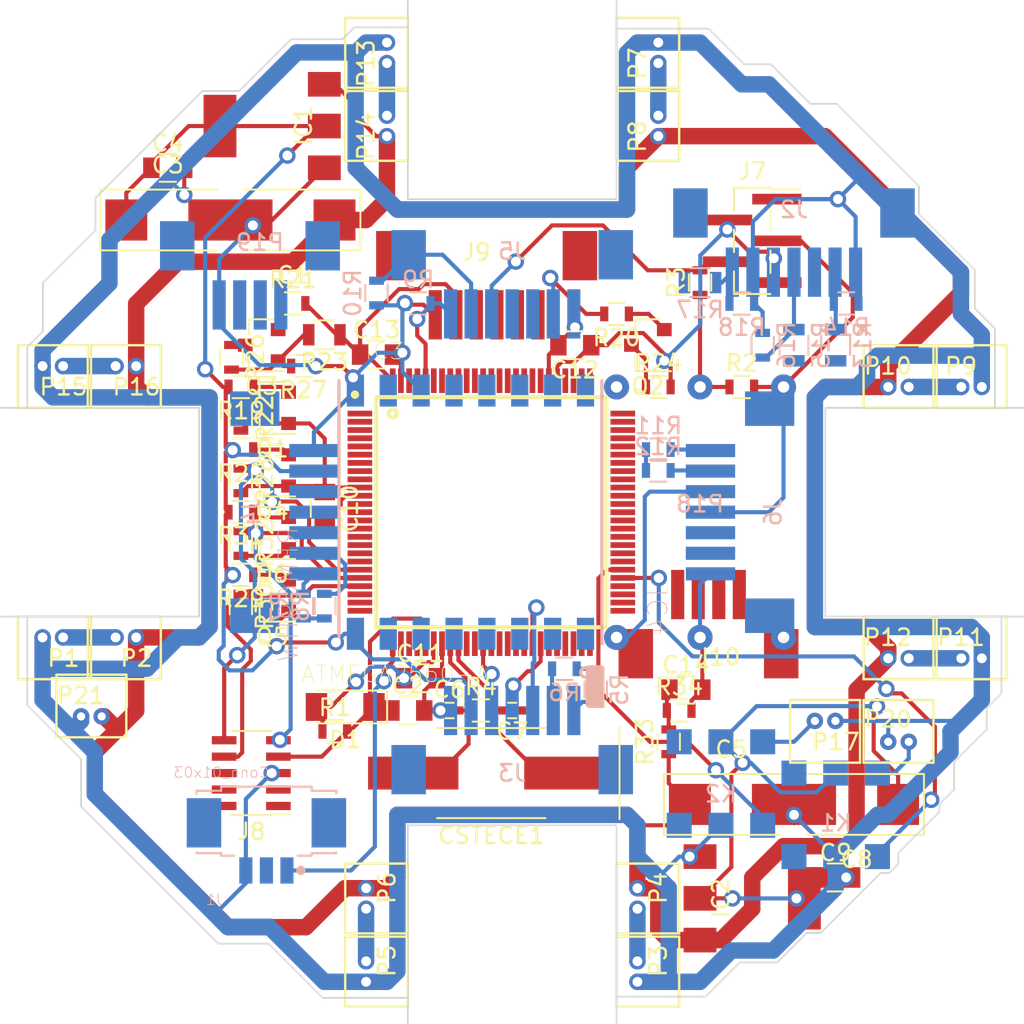
<source format=kicad_pcb>
(kicad_pcb (version 4) (host pcbnew 4.0.7)
  (layers (0 F.Cu signal) (31 B.Cu signal) (34 B.Paste user hide) (35 F.Paste user hide) (36 B.SilkS user hide) (37 F.SilkS user hide) (38 B.Mask user hide) (39 F.Mask user hide) (44 Edge.Cuts user))
  (net 0 "")
  (net 1 +12V)
  (net 2 GND)
  (net 3 /RST)
  (net 4 /XTAL1)
  (net 5 /XTAL2)
  (net 6 +5V)
  (net 7 /RX)
  (net 8 /TX)
  (net 9 /INT1)
  (net 10 /INT2)
  (net 11 /INT3)
  (net 12 /INT4)
  (net 13 /SS)
  (net 14 /SCK)
  (net 15 /MOSI)
  (net 16 /MISO)
  (net 17 /RFM_INT)
  (net 18 /SERVO)
  (net 19 /LED4)
  (net 20 /SDA)
  (net 21 /SCL)
  (net 22 /TXD-GSM)
  (net 23 /RXD-GSM)
  (net 24 /SLEEP-GSM)
  (net 25 /PWRKEY)
  (net 26 /LED1)
  (net 27 /LED2)
  (net 28 /O2)
  (net 29 /CO2)
  (net 30 /CAM_TRIG)
  (net 31 /FLY_TRIG)
  (net 32 /LED3)
  (net 33 /XSHUT4)
  (net 34 /XSHUT3)
  (net 35 /XSHUT2)
  (net 36 /XSHUT1)
  (net 37 /RFMINT)
  (net 38 +3V3)
  (net 39 "Net-(IC4-Pad12)")
  (net 40 "Net-(IC4-Pad13)")
  (net 41 "Net-(IC4-Pad14)")
  (net 42 "Net-(IC4-Pad15)")
  (net 43 "Net-(J2-Pad1)")
  (net 44 "Net-(J2-Pad4)")
  (net 45 "Net-(J2-Pad5)")
  (net 46 "Net-(J2-Pad6)")
  (net 47 /CAM_PWR)
  (net 48 /FLY_PWR)
  (net 49 "Net-(P1-Pad2)")
  (net 50 "Net-(P3-Pad2)")
  (net 51 "Net-(P5-Pad2)")
  (net 52 "Net-(P7-Pad2)")
  (net 53 "Net-(P10-Pad1)")
  (net 54 "Net-(P11-Pad2)")
  (net 55 "Net-(P13-Pad2)")
  (net 56 "Net-(P15-Pad2)")
  (net 57 "Net-(Q3-Pad1)")
  (net 58 /V_READ)
  (net 59 /PWM1)
  (net 60 /PWM2)
  (net 61 /PWM3)
  (net 62 /PWM4)
  (net 63 /PWM8)
  (net 64 /PWM5)
  (net 65 /PWM6)
  (net 66 /PWM7)
  (net 67 /LED_TOP)
  (module CanSat:MOLEX_PicoBlade_2 (layer F.Cu) (at 226.06 79.375 270)
    (fp_text reference P13 (at 1.27 1.27 270) (layer F.SilkS))
    (fp_text value CONN_2)
    (pad 1 thru_hole circle (at 0 0 270) (size 1 1) (drill 0.6) (layers *.Cu *.Mask) (net 2 GND))
    (pad 2 thru_hole circle (at 1.25 0 270) (size 1 1) (drill 0.6) (layers *.Cu *.Mask) (net 55 "Net-(P13-Pad2)"))
  )
  (module Capacitors_SMD:C_0402 (layer F.Cu) (at 229.87 120.015)
    (fp_text reference C6 (at 0 -1.27) (layer F.SilkS))
    (fp_text value "20 pF")
    (pad 1 smd rect (at -0.55 0) (size 0.6 0.5) (layers F.Cu F.Paste F.Mask) (net 2 GND))
    (pad 2 smd rect (at 0.55 0) (size 0.6 0.5) (layers F.Cu F.Paste F.Mask) (net 4 /XTAL1))
  )
  (module Capacitors_SMD:C_0402 (layer F.Cu) (at 233.68 120.015 180)
    (fp_text reference C7 (at 0 -1.27 180) (layer F.SilkS))
    (fp_text value "20 pF")
    (pad 1 smd rect (at -0.55 0 180) (size 0.6 0.5) (layers F.Cu F.Paste F.Mask) (net 2 GND))
    (pad 2 smd rect (at 0.55 0 180) (size 0.6 0.5) (layers F.Cu F.Paste F.Mask) (net 5 /XTAL2))
  )
  (module CanSat:ncp1117 (layer F.Cu) (at 219.71 84.455 90)
    (fp_text reference IC1 (at 0 1.27 90) (layer F.SilkS))
    (fp_text value NCP1117ST33T3G)
    (pad "" smd rect (at 0 -3.81 90) (size 3.8 2) (layers F.Cu F.Paste F.Mask))
    (pad 2 smd rect (at 0 2.54 90) (size 1.5 2) (layers F.Cu F.Paste F.Mask) (net 38 +3V3))
    (pad 1 smd rect (at -2.54 2.54 90) (size 1.5 2) (layers F.Cu F.Paste F.Mask) (net 2 GND))
    (pad 3 smd rect (at 2.54 2.54 90) (size 1.5 2) (layers F.Cu F.Paste F.Mask) (net 1 +12V))
  )
  (module CanSat:ncp1117 (layer F.Cu) (at 247.65 131.445 270)
    (fp_text reference IC2 (at 0 1.27 270) (layer F.SilkS))
    (fp_text value NCP1117ST50T3G)
    (pad "" smd rect (at 0 -3.81 270) (size 3.8 2) (layers F.Cu F.Paste F.Mask) (net 6 +5V))
    (pad 2 smd rect (at 0 2.54 270) (size 1.5 2) (layers F.Cu F.Paste F.Mask) (net 6 +5V))
    (pad 1 smd rect (at -2.54 2.54 270) (size 1.5 2) (layers F.Cu F.Paste F.Mask) (net 2 GND))
    (pad 3 smd rect (at 2.54 2.54 270) (size 1.5 2) (layers F.Cu F.Paste F.Mask) (net 1 +12V))
  )
  (module ATMEGA2560-16AU:QFP50P1600X1600X120-100N (layer F.Cu) (at 232.41 107.95)
    (fp_text reference IC3 (at -6.4784 -9.7977) (layer F.SilkS) (effects (font (size 1.0013 1.0013) (thickness 0.05))))
    (fp_text value ATMEGA2560-A (at -5.84823 9.8473) (layer F.SilkS) (effects (font (size 1.00227 1.00227) (thickness 0.05))))
    (pad 1 smd rect (at -8 -6) (size 1.5 0.35) (layers F.Cu F.Paste F.Mask))
    (pad 2 smd rect (at -8 -5.5) (size 1.5 0.35) (layers F.Cu F.Paste F.Mask) (net 7 /RX))
    (pad 3 smd rect (at -8 -5) (size 1.5 0.35) (layers F.Cu F.Paste F.Mask) (net 8 /TX))
    (pad 4 smd rect (at -8 -4.5) (size 1.5 0.35) (layers F.Cu F.Paste F.Mask))
    (pad 5 smd rect (at -8 -4) (size 1.5 0.35) (layers F.Cu F.Paste F.Mask))
    (pad 6 smd rect (at -8 -3.5) (size 1.5 0.35) (layers F.Cu F.Paste F.Mask) (net 9 /INT1))
    (pad 7 smd rect (at -8 -3) (size 1.5 0.35) (layers F.Cu F.Paste F.Mask) (net 10 /INT2))
    (pad 8 smd rect (at -8 -2.5) (size 1.5 0.35) (layers F.Cu F.Paste F.Mask) (net 11 /INT3))
    (pad 9 smd rect (at -8 -2) (size 1.5 0.35) (layers F.Cu F.Paste F.Mask) (net 12 /INT4))
    (pad 10 smd rect (at -8 -1.5) (size 1.5 0.35) (layers F.Cu F.Paste F.Mask) (net 6 +5V))
    (pad 11 smd rect (at -8 -1) (size 1.5 0.35) (layers F.Cu F.Paste F.Mask) (net 2 GND))
    (pad 12 smd rect (at -8 -0.5) (size 1.5 0.35) (layers F.Cu F.Paste F.Mask))
    (pad 13 smd rect (at -8 0) (size 1.5 0.35) (layers F.Cu F.Paste F.Mask))
    (pad 14 smd rect (at -8 0.5) (size 1.5 0.35) (layers F.Cu F.Paste F.Mask))
    (pad 15 smd rect (at -8 1) (size 1.5 0.35) (layers F.Cu F.Paste F.Mask) (net 59 /PWM1))
    (pad 16 smd rect (at -8 1.5) (size 1.5 0.35) (layers F.Cu F.Paste F.Mask) (net 60 /PWM2))
    (pad 17 smd rect (at -8 2) (size 1.5 0.35) (layers F.Cu F.Paste F.Mask) (net 61 /PWM3))
    (pad 18 smd rect (at -8 2.5) (size 1.5 0.35) (layers F.Cu F.Paste F.Mask) (net 62 /PWM4))
    (pad 19 smd rect (at -8 3) (size 1.5 0.35) (layers F.Cu F.Paste F.Mask))
    (pad 20 smd rect (at -8 3.5) (size 1.5 0.35) (layers F.Cu F.Paste F.Mask) (net 14 /SCK))
    (pad 21 smd rect (at -8 4) (size 1.5 0.35) (layers F.Cu F.Paste F.Mask) (net 15 /MOSI))
    (pad 22 smd rect (at -8 4.5) (size 1.5 0.35) (layers F.Cu F.Paste F.Mask) (net 16 /MISO))
    (pad 23 smd rect (at -8 5) (size 1.5 0.35) (layers F.Cu F.Paste F.Mask) (net 17 /RFM_INT))
    (pad 24 smd rect (at -8 5.5) (size 1.5 0.35) (layers F.Cu F.Paste F.Mask))
    (pad 25 smd rect (at -8 6) (size 1.5 0.35) (layers F.Cu F.Paste F.Mask) (net 63 /PWM8))
    (pad 26 smd rect (at -6 8) (size 0.35 1.5) (layers F.Cu F.Paste F.Mask) (net 18 /SERVO))
    (pad 27 smd rect (at -5.5 8) (size 0.35 1.5) (layers F.Cu F.Paste F.Mask))
    (pad 28 smd rect (at -5 8) (size 0.35 1.5) (layers F.Cu F.Paste F.Mask) (net 19 /LED4))
    (pad 29 smd rect (at -4.5 8) (size 0.35 1.5) (layers F.Cu F.Paste F.Mask))
    (pad 30 smd rect (at -4 8) (size 0.35 1.5) (layers F.Cu F.Paste F.Mask) (net 3 /RST))
    (pad 31 smd rect (at -3.5 8) (size 0.35 1.5) (layers F.Cu F.Paste F.Mask) (net 6 +5V))
    (pad 32 smd rect (at -3 8) (size 0.35 1.5) (layers F.Cu F.Paste F.Mask) (net 2 GND))
    (pad 33 smd rect (at -2.5 8) (size 0.35 1.5) (layers F.Cu F.Paste F.Mask) (net 4 /XTAL1))
    (pad 34 smd rect (at -2 8) (size 0.35 1.5) (layers F.Cu F.Paste F.Mask) (net 5 /XTAL2))
    (pad 35 smd rect (at -1.5 8) (size 0.35 1.5) (layers F.Cu F.Paste F.Mask))
    (pad 36 smd rect (at -1 8) (size 0.35 1.5) (layers F.Cu F.Paste F.Mask))
    (pad 37 smd rect (at -0.5 8) (size 0.35 1.5) (layers F.Cu F.Paste F.Mask) (net 26 /LED1))
    (pad 38 smd rect (at 0 8) (size 0.35 1.5) (layers F.Cu F.Paste F.Mask) (net 64 /PWM5))
    (pad 39 smd rect (at 0.5 8) (size 0.35 1.5) (layers F.Cu F.Paste F.Mask) (net 65 /PWM6))
    (pad 40 smd rect (at 1 8) (size 0.35 1.5) (layers F.Cu F.Paste F.Mask) (net 66 /PWM7))
    (pad 41 smd rect (at 1.5 8) (size 0.35 1.5) (layers F.Cu F.Paste F.Mask))
    (pad 42 smd rect (at 2 8) (size 0.35 1.5) (layers F.Cu F.Paste F.Mask))
    (pad 43 smd rect (at 2.5 8) (size 0.35 1.5) (layers F.Cu F.Paste F.Mask) (net 20 /SDA))
    (pad 44 smd rect (at 3 8) (size 0.35 1.5) (layers F.Cu F.Paste F.Mask) (net 21 /SCL))
    (pad 45 smd rect (at 3.5 8) (size 0.35 1.5) (layers F.Cu F.Paste F.Mask) (net 22 /TXD-GSM))
    (pad 46 smd rect (at 4 8) (size 0.35 1.5) (layers F.Cu F.Paste F.Mask) (net 23 /RXD-GSM))
    (pad 47 smd rect (at 4.5 8) (size 0.35 1.5) (layers F.Cu F.Paste F.Mask) (net 24 /SLEEP-GSM))
    (pad 48 smd rect (at 5 8) (size 0.35 1.5) (layers F.Cu F.Paste F.Mask) (net 25 /PWRKEY))
    (pad 49 smd rect (at 5.5 8) (size 0.35 1.5) (layers F.Cu F.Paste F.Mask) (net 58 /V_READ))
    (pad 50 smd rect (at 6 8) (size 0.35 1.5) (layers F.Cu F.Paste F.Mask))
    (pad 51 smd rect (at 8 6) (size 1.5 0.35) (layers F.Cu F.Paste F.Mask))
    (pad 52 smd rect (at 8 5.5) (size 1.5 0.35) (layers F.Cu F.Paste F.Mask) (net 27 /LED2))
    (pad 53 smd rect (at 8 5) (size 1.5 0.35) (layers F.Cu F.Paste F.Mask) (net 28 /O2))
    (pad 54 smd rect (at 8 4.5) (size 1.5 0.35) (layers F.Cu F.Paste F.Mask) (net 29 /CO2))
    (pad 55 smd rect (at 8 4) (size 1.5 0.35) (layers F.Cu F.Paste F.Mask) (net 30 /CAM_TRIG))
    (pad 56 smd rect (at 8 3.5) (size 1.5 0.35) (layers F.Cu F.Paste F.Mask) (net 31 /FLY_TRIG))
    (pad 57 smd rect (at 8 3) (size 1.5 0.35) (layers F.Cu F.Paste F.Mask) (net 67 /LED_TOP))
    (pad 58 smd rect (at 8 2.5) (size 1.5 0.35) (layers F.Cu F.Paste F.Mask))
    (pad 59 smd rect (at 8 2) (size 1.5 0.35) (layers F.Cu F.Paste F.Mask))
    (pad 60 smd rect (at 8 1.5) (size 1.5 0.35) (layers F.Cu F.Paste F.Mask))
    (pad 61 smd rect (at 8 1) (size 1.5 0.35) (layers F.Cu F.Paste F.Mask))
    (pad 62 smd rect (at 8 0.5) (size 1.5 0.35) (layers F.Cu F.Paste F.Mask))
    (pad 63 smd rect (at 8 0) (size 1.5 0.35) (layers F.Cu F.Paste F.Mask))
    (pad 64 smd rect (at 8 -0.5) (size 1.5 0.35) (layers F.Cu F.Paste F.Mask))
    (pad 65 smd rect (at 8 -1) (size 1.5 0.35) (layers F.Cu F.Paste F.Mask))
    (pad 66 smd rect (at 8 -1.5) (size 1.5 0.35) (layers F.Cu F.Paste F.Mask))
    (pad 67 smd rect (at 8 -2) (size 1.5 0.35) (layers F.Cu F.Paste F.Mask))
    (pad 68 smd rect (at 8 -2.5) (size 1.5 0.35) (layers F.Cu F.Paste F.Mask))
    (pad 69 smd rect (at 8 -3) (size 1.5 0.35) (layers F.Cu F.Paste F.Mask))
    (pad 70 smd rect (at 8 -3.5) (size 1.5 0.35) (layers F.Cu F.Paste F.Mask) (net 32 /LED3))
    (pad 71 smd rect (at 8 -4) (size 1.5 0.35) (layers F.Cu F.Paste F.Mask))
    (pad 72 smd rect (at 8 -4.5) (size 1.5 0.35) (layers F.Cu F.Paste F.Mask))
    (pad 73 smd rect (at 8 -5) (size 1.5 0.35) (layers F.Cu F.Paste F.Mask))
    (pad 74 smd rect (at 8 -5.5) (size 1.5 0.35) (layers F.Cu F.Paste F.Mask))
    (pad 75 smd rect (at 8 -6) (size 1.5 0.35) (layers F.Cu F.Paste F.Mask))
    (pad 76 smd rect (at 6 -8) (size 0.35 1.5) (layers F.Cu F.Paste F.Mask))
    (pad 77 smd rect (at 5.5 -8) (size 0.35 1.5) (layers F.Cu F.Paste F.Mask))
    (pad 78 smd rect (at 5 -8) (size 0.35 1.5) (layers F.Cu F.Paste F.Mask))
    (pad 79 smd rect (at 4.5 -8) (size 0.35 1.5) (layers F.Cu F.Paste F.Mask))
    (pad 80 smd rect (at 4 -8) (size 0.35 1.5) (layers F.Cu F.Paste F.Mask) (net 6 +5V))
    (pad 81 smd rect (at 3.5 -8) (size 0.35 1.5) (layers F.Cu F.Paste F.Mask) (net 2 GND))
    (pad 82 smd rect (at 3 -8) (size 0.35 1.5) (layers F.Cu F.Paste F.Mask))
    (pad 83 smd rect (at 2.5 -8) (size 0.35 1.5) (layers F.Cu F.Paste F.Mask))
    (pad 84 smd rect (at 2 -8) (size 0.35 1.5) (layers F.Cu F.Paste F.Mask))
    (pad 85 smd rect (at 1.5 -8) (size 0.35 1.5) (layers F.Cu F.Paste F.Mask))
    (pad 86 smd rect (at 1 -8) (size 0.35 1.5) (layers F.Cu F.Paste F.Mask))
    (pad 87 smd rect (at 0.5 -8) (size 0.35 1.5) (layers F.Cu F.Paste F.Mask))
    (pad 88 smd rect (at 0 -8) (size 0.35 1.5) (layers F.Cu F.Paste F.Mask))
    (pad 89 smd rect (at -0.5 -8) (size 0.35 1.5) (layers F.Cu F.Paste F.Mask) (net 13 /SS))
    (pad 90 smd rect (at -1 -8) (size 0.35 1.5) (layers F.Cu F.Paste F.Mask))
    (pad 91 smd rect (at -1.5 -8) (size 0.35 1.5) (layers F.Cu F.Paste F.Mask))
    (pad 92 smd rect (at -2 -8) (size 0.35 1.5) (layers F.Cu F.Paste F.Mask))
    (pad 93 smd rect (at -2.5 -8) (size 0.35 1.5) (layers F.Cu F.Paste F.Mask))
    (pad 94 smd rect (at -3 -8) (size 0.35 1.5) (layers F.Cu F.Paste F.Mask) (net 33 /XSHUT4))
    (pad 95 smd rect (at -3.5 -8) (size 0.35 1.5) (layers F.Cu F.Paste F.Mask) (net 34 /XSHUT3))
    (pad 96 smd rect (at -4 -8) (size 0.35 1.5) (layers F.Cu F.Paste F.Mask) (net 35 /XSHUT2))
    (pad 97 smd rect (at -4.5 -8) (size 0.35 1.5) (layers F.Cu F.Paste F.Mask) (net 36 /XSHUT1))
    (pad 98 smd rect (at -5 -8) (size 0.35 1.5) (layers F.Cu F.Paste F.Mask))
    (pad 99 smd rect (at -5.5 -8) (size 0.35 1.5) (layers F.Cu F.Paste F.Mask) (net 2 GND))
    (pad 100 smd rect (at -6 -8) (size 0.35 1.5) (layers F.Cu F.Paste F.Mask) (net 6 +5V))
  )
  (module RFM69HW:XCVR_RFM95W-868S2 (layer B.Cu) (at 231.14 107.95 90)
    (fp_text reference IC4 (at -6.08391 11.4047 90) (layer B.SilkS) (effects (font (size 1.20237 1.20237) (thickness 0.05)) (justify mirror)))
    (fp_text value RFM69HW (at -4.99892 -11.0684 90) (layer B.SilkS) (effects (font (size 1.16943 1.16943) (thickness 0.05)) (justify mirror)))
    (pad 1 smd rect (at -7.4 7 90) (size 1.95 1.05) (layers B.Cu B.Paste B.Mask))
    (pad 2 smd rect (at -7.4 5 90) (size 1.95 1.05) (layers B.Cu B.Paste B.Mask) (net 37 /RFMINT))
    (pad 3 smd rect (at -7.4 3 90) (size 1.95 1.05) (layers B.Cu B.Paste B.Mask))
    (pad 4 smd rect (at -7.4 1 90) (size 1.95 1.05) (layers B.Cu B.Paste B.Mask))
    (pad 5 smd rect (at -7.4 -1 90) (size 1.95 1.05) (layers B.Cu B.Paste B.Mask))
    (pad 6 smd rect (at -7.4 -3 90) (size 1.95 1.05) (layers B.Cu B.Paste B.Mask))
    (pad 7 smd rect (at -7.4 -5 90) (size 1.95 1.05) (layers B.Cu B.Paste B.Mask))
    (pad 8 smd rect (at -7.4 -7 90) (size 1.95 1.05) (layers B.Cu B.Paste B.Mask) (net 38 +3V3))
    (pad 9 smd rect (at 7.4 -7 270) (size 1.95 1.05) (layers B.Cu B.Paste B.Mask) (net 2 GND))
    (pad 10 smd rect (at 7.4 -5 270) (size 1.95 1.05) (layers B.Cu B.Paste B.Mask))
    (pad 11 smd rect (at 7.4 -3 270) (size 1.95 1.05) (layers B.Cu B.Paste B.Mask) (net 2 GND))
    (pad 12 smd rect (at 7.4 -1 270) (size 1.95 1.05) (layers B.Cu B.Paste B.Mask) (net 39 "Net-(IC4-Pad12)"))
    (pad 13 smd rect (at 7.4 1 270) (size 1.95 1.05) (layers B.Cu B.Paste B.Mask) (net 40 "Net-(IC4-Pad13)"))
    (pad 14 smd rect (at 7.4 3 270) (size 1.95 1.05) (layers B.Cu B.Paste B.Mask) (net 41 "Net-(IC4-Pad14)"))
    (pad 15 smd rect (at 7.4 5 270) (size 1.95 1.05) (layers B.Cu B.Paste B.Mask) (net 42 "Net-(IC4-Pad15)"))
    (pad 16 smd rect (at 7.4 7 270) (size 1.95 1.05) (layers B.Cu B.Paste B.Mask))
  )
  (module Pin_Headers:Pin_Header_Straight_2x05_Pitch1.00mm_SMD (layer F.Cu) (at 217.805 123.825 180)
    (fp_text reference J8 (at 0 -3.56 180) (layer F.SilkS))
    (fp_text value Conn_02x05_Counter_Clockwise)
    (pad 1 smd rect (at -1.65 -2 180) (size 1.5 0.5) (layers F.Cu F.Paste F.Mask))
    (pad 2 smd rect (at 1.65 -2 180) (size 1.5 0.5) (layers F.Cu F.Paste F.Mask) (net 7 /RX))
    (pad 3 smd rect (at -1.65 -1 180) (size 1.5 0.5) (layers F.Cu F.Paste F.Mask) (net 8 /TX))
    (pad 4 smd rect (at 1.65 -1 180) (size 1.5 0.5) (layers F.Cu F.Paste F.Mask) (net 6 +5V))
    (pad 5 smd rect (at -1.65 0 180) (size 1.5 0.5) (layers F.Cu F.Paste F.Mask) (net 2 GND))
    (pad 6 smd rect (at 1.65 0 180) (size 1.5 0.5) (layers F.Cu F.Paste F.Mask))
    (pad 7 smd rect (at -1.65 1 180) (size 1.5 0.5) (layers F.Cu F.Paste F.Mask) (net 3 /RST))
    (pad 8 smd rect (at 1.65 1 180) (size 1.5 0.5) (layers F.Cu F.Paste F.Mask) (net 16 /MISO))
    (pad 9 smd rect (at -1.65 2 180) (size 1.5 0.5) (layers F.Cu F.Paste F.Mask) (net 15 /MOSI))
    (pad 10 smd rect (at 1.65 2 180) (size 1.5 0.5) (layers F.Cu F.Paste F.Mask) (net 14 /SCK))
  )
  (module CanSat:SMD_6pin_IC (layer B.Cu) (at 253.365 126.365 180)
    (fp_text reference K1 (at 0 -0.5 180) (layer B.SilkS) (effects (justify mirror)))
    (fp_text value HESOP1)
    (pad 2 smd rect (at 0 -2.54 180) (size 1.524 1.524) (layers B.Cu B.Paste B.Mask) (net 2 GND))
    (pad 1 smd rect (at -2.54 -2.54 180) (size 1.524 1.524) (layers B.Cu B.Paste B.Mask) (net 30 /CAM_TRIG))
    (pad 3 smd rect (at 2.54 -2.54 180) (size 1.524 1.524) (layers B.Cu B.Paste B.Mask))
    (pad 6 smd rect (at -2.54 2.54 180) (size 1.524 1.524) (layers B.Cu B.Paste B.Mask) (net 47 /CAM_PWR))
    (pad 5 smd rect (at 0 2.54 180) (size 1.524 1.524) (layers B.Cu B.Paste B.Mask) (net 6 +5V))
    (pad 4 smd rect (at 2.54 2.54 180) (size 1.524 1.524) (layers B.Cu B.Paste B.Mask))
  )
  (module CanSat:SMD_6pin_IC (layer B.Cu) (at 246.38 124.46 180)
    (fp_text reference K2 (at 0 -0.635 180) (layer B.SilkS) (effects (justify mirror)))
    (fp_text value HESOP1)
    (pad 2 smd rect (at 0 -2.54 180) (size 1.524 1.524) (layers B.Cu B.Paste B.Mask) (net 2 GND))
    (pad 1 smd rect (at -2.54 -2.54 180) (size 1.524 1.524) (layers B.Cu B.Paste B.Mask) (net 31 /FLY_TRIG))
    (pad 3 smd rect (at 2.54 -2.54 180) (size 1.524 1.524) (layers B.Cu B.Paste B.Mask))
    (pad 6 smd rect (at -2.54 2.54 180) (size 1.524 1.524) (layers B.Cu B.Paste B.Mask) (net 48 /FLY_PWR))
    (pad 5 smd rect (at 0 2.54 180) (size 1.524 1.524) (layers B.Cu B.Paste B.Mask) (net 6 +5V))
    (pad 4 smd rect (at 2.54 2.54 180) (size 1.524 1.524) (layers B.Cu B.Paste B.Mask))
  )
  (module CanSat:co2 (layer B.Cu) (at 245.11 107.95)
    (fp_text reference P18 (at 0 -0.5) (layer B.SilkS) (effects (justify mirror)))
    (fp_text value CONN_3X2)
    (pad 1 thru_hole circle (at -5.08 -7.62) (size 1.524 1.524) (drill 0.7) (layers *.Cu *.Mask) (net 29 /CO2))
    (pad 2 thru_hole circle (at 0 -7.62) (size 1.524 1.524) (drill 0.7) (layers *.Cu *.Mask) (net 38 +3V3))
    (pad 3 thru_hole circle (at 5.08 -7.62) (size 1.524 1.524) (drill 0.7) (layers *.Cu *.Mask) (net 21 /SCL))
    (pad 4 thru_hole circle (at 5.08 7.62) (size 1.524 1.524) (drill 0.7) (layers *.Cu *.Mask))
    (pad 5 thru_hole circle (at 0 7.62) (size 1.524 1.524) (drill 0.7) (layers *.Cu *.Mask) (net 2 GND))
    (pad 6 thru_hole circle (at -5.08 7.62) (size 1.524 1.524) (drill 0.7) (layers *.Cu *.Mask) (net 20 /SDA))
  )
  (module TO_SOT_Packages_SMD:SOT-23 (layer F.Cu) (at 219.075 101.6 180)
    (fp_text reference Q1 (at 0 -2.5 180) (layer F.SilkS))
    (fp_text value BSS138)
    (pad 1 smd rect (at -1 -0.95 180) (size 0.9 0.8) (layers F.Cu F.Paste F.Mask) (net 6 +5V))
    (pad 2 smd rect (at -1 0.95 180) (size 0.9 0.8) (layers F.Cu F.Paste F.Mask) (net 37 /RFMINT))
    (pad 3 smd rect (at 1 0 180) (size 0.9 0.8) (layers F.Cu F.Paste F.Mask) (net 17 /RFM_INT))
  )
  (module TO_SOT_Packages_SMD:SOT-23 (layer F.Cu) (at 241.935 97.79 180)
    (fp_text reference Q2 (at 0 -2.5 180) (layer F.SilkS))
    (fp_text value BSS138)
    (pad 1 smd rect (at -1 -0.95 180) (size 0.9 0.8) (layers F.Cu F.Paste F.Mask) (net 6 +5V))
    (pad 2 smd rect (at -1 0.95 180) (size 0.9 0.8) (layers F.Cu F.Paste F.Mask) (net 42 "Net-(IC4-Pad15)"))
    (pad 3 smd rect (at 1 0 180) (size 0.9 0.8) (layers F.Cu F.Paste F.Mask) (net 13 /SS))
  )
  (module TO_SOT_Packages_SMD:SOT-23 (layer F.Cu) (at 218.44 97.79 180)
    (fp_text reference Q3 (at 0 -2.5 180) (layer F.SilkS))
    (fp_text value BSS138)
    (pad 1 smd rect (at -1 -0.95 180) (size 0.9 0.8) (layers F.Cu F.Paste F.Mask) (net 57 "Net-(Q3-Pad1)"))
    (pad 2 smd rect (at -1 0.95 180) (size 0.9 0.8) (layers F.Cu F.Paste F.Mask) (net 22 /TXD-GSM))
    (pad 3 smd rect (at 1 0 180) (size 0.9 0.8) (layers F.Cu F.Paste F.Mask) (net 45 "Net-(J2-Pad5)"))
  )
  (module TO_SOT_Packages_SMD:SOT-23 (layer F.Cu) (at 219.075 105.41 180)
    (fp_text reference Q4 (at 0 -2.5 180) (layer F.SilkS))
    (fp_text value BSS138)
    (pad 1 smd rect (at -1 -0.95 180) (size 0.9 0.8) (layers F.Cu F.Paste F.Mask) (net 6 +5V))
    (pad 2 smd rect (at -1 0.95 180) (size 0.9 0.8) (layers F.Cu F.Paste F.Mask) (net 39 "Net-(IC4-Pad12)"))
    (pad 3 smd rect (at 1 0 180) (size 0.9 0.8) (layers F.Cu F.Paste F.Mask) (net 14 /SCK))
  )
  (module TO_SOT_Packages_SMD:SOT-23 (layer F.Cu) (at 219.075 113.03 180)
    (fp_text reference Q5 (at 0 -2.5 180) (layer F.SilkS))
    (fp_text value BSS138)
    (pad 1 smd rect (at -1 -0.95 180) (size 0.9 0.8) (layers F.Cu F.Paste F.Mask) (net 6 +5V))
    (pad 2 smd rect (at -1 0.95 180) (size 0.9 0.8) (layers F.Cu F.Paste F.Mask) (net 40 "Net-(IC4-Pad13)"))
    (pad 3 smd rect (at 1 0 180) (size 0.9 0.8) (layers F.Cu F.Paste F.Mask) (net 16 /MISO))
  )
  (module TO_SOT_Packages_SMD:SOT-23 (layer F.Cu) (at 219.075 109.22 180)
    (fp_text reference Q6 (at 0 -2.5 180) (layer F.SilkS))
    (fp_text value BSS138)
    (pad 1 smd rect (at -1 -0.95 180) (size 0.9 0.8) (layers F.Cu F.Paste F.Mask) (net 6 +5V))
    (pad 2 smd rect (at -1 0.95 180) (size 0.9 0.8) (layers F.Cu F.Paste F.Mask) (net 41 "Net-(IC4-Pad14)"))
    (pad 3 smd rect (at 1 0 180) (size 0.9 0.8) (layers F.Cu F.Paste F.Mask) (net 15 /MOSI))
  )
  (module Resistors_SMD:R_0603 (layer F.Cu) (at 222.885 121.285)
    (fp_text reference R1 (at 0 -1.45) (layer F.SilkS))
    (fp_text value 10k)
    (pad 1 smd rect (at -0.75 0) (size 0.5 0.9) (layers F.Cu F.Paste F.Mask) (net 6 +5V))
    (pad 2 smd rect (at 0.75 0) (size 0.5 0.9) (layers F.Cu F.Paste F.Mask) (net 3 /RST))
  )
  (module Resistors_SMD:R_0603 (layer F.Cu) (at 247.65 100.33)
    (fp_text reference R2 (at 0 -1.45) (layer F.SilkS))
    (fp_text value 2k)
    (pad 1 smd rect (at -0.75 0) (size 0.5 0.9) (layers F.Cu F.Paste F.Mask) (net 38 +3V3))
    (pad 2 smd rect (at 0.75 0) (size 0.5 0.9) (layers F.Cu F.Paste F.Mask) (net 21 /SCL))
  )
  (module Resistors_SMD:R_0603 (layer F.Cu) (at 245.11 93.98 90)
    (fp_text reference R3 (at 0 -1.45 90) (layer F.SilkS))
    (fp_text value 2k)
    (pad 1 smd rect (at -0.75 0 90) (size 0.5 0.9) (layers F.Cu F.Paste F.Mask) (net 38 +3V3))
    (pad 2 smd rect (at 0.75 0 90) (size 0.5 0.9) (layers F.Cu F.Paste F.Mask) (net 20 /SDA))
  )
  (module Resistors_SMD:R_0603 (layer F.Cu) (at 231.775 120.015)
    (fp_text reference R4 (at 0 -1.45) (layer F.SilkS))
    (fp_text value 1M)
    (pad 1 smd rect (at -0.75 0) (size 0.5 0.9) (layers F.Cu F.Paste F.Mask) (net 4 /XTAL1))
    (pad 2 smd rect (at 0.75 0) (size 0.5 0.9) (layers F.Cu F.Paste F.Mask) (net 5 /XTAL2))
  )
  (module Resistors_SMD:R_0603 (layer B.Cu) (at 238.76 118.745 90)
    (fp_text reference R5 (at 0 1.45 90) (layer B.SilkS) (effects (justify mirror)))
    (fp_text value 10k)
    (pad 1 smd rect (at -0.75 0 90) (size 0.5 0.9) (layers B.Cu B.Paste B.Mask) (net 36 /XSHUT1))
    (pad 2 smd rect (at 0.75 0 90) (size 0.5 0.9) (layers B.Cu B.Paste B.Mask) (net 2 GND))
  )
  (module Resistors_SMD:R_0603 (layer B.Cu) (at 236.855 117.475)
    (fp_text reference R6 (at 0 1.45) (layer B.SilkS) (effects (justify mirror)))
    (fp_text value 10k)
    (pad 1 smd rect (at -0.75 0) (size 0.5 0.9) (layers B.Cu B.Paste B.Mask) (net 9 /INT1))
    (pad 2 smd rect (at 0.75 0) (size 0.5 0.9) (layers B.Cu B.Paste B.Mask) (net 2 GND))
  )
  (module Resistors_SMD:R_0603 (layer B.Cu) (at 220.98 113.665 270)
    (fp_text reference R7 (at 0 1.45 270) (layer B.SilkS) (effects (justify mirror)))
    (fp_text value 10k)
    (pad 1 smd rect (at -0.75 0 270) (size 0.5 0.9) (layers B.Cu B.Paste B.Mask) (net 34 /XSHUT3))
    (pad 2 smd rect (at 0.75 0 270) (size 0.5 0.9) (layers B.Cu B.Paste B.Mask) (net 2 GND))
  )
  (module Resistors_SMD:R_0603 (layer B.Cu) (at 222.25 113.665 270)
    (fp_text reference R8 (at 0 1.45 270) (layer B.SilkS) (effects (justify mirror)))
    (fp_text value 10k)
    (pad 1 smd rect (at -0.75 0 270) (size 0.5 0.9) (layers B.Cu B.Paste B.Mask) (net 11 /INT3))
    (pad 2 smd rect (at 0.75 0 270) (size 0.5 0.9) (layers B.Cu B.Paste B.Mask) (net 2 GND))
  )
  (module Resistors_SMD:R_0603 (layer B.Cu) (at 227.965 95.25 180)
    (fp_text reference R9 (at 0 1.45 180) (layer B.SilkS) (effects (justify mirror)))
    (fp_text value 10k)
    (pad 1 smd rect (at -0.75 0 180) (size 0.5 0.9) (layers B.Cu B.Paste B.Mask) (net 35 /XSHUT2))
    (pad 2 smd rect (at 0.75 0 180) (size 0.5 0.9) (layers B.Cu B.Paste B.Mask) (net 2 GND))
  )
  (module Resistors_SMD:R_0603 (layer B.Cu) (at 225.425 94.615 270)
    (fp_text reference R10 (at 0 1.45 270) (layer B.SilkS) (effects (justify mirror)))
    (fp_text value 10k)
    (pad 1 smd rect (at -0.75 0 270) (size 0.5 0.9) (layers B.Cu B.Paste B.Mask) (net 10 /INT2))
    (pad 2 smd rect (at 0.75 0 270) (size 0.5 0.9) (layers B.Cu B.Paste B.Mask) (net 2 GND))
  )
  (module Resistors_SMD:R_0603 (layer B.Cu) (at 242.57 104.14 180)
    (fp_text reference R11 (at 0 1.45 180) (layer B.SilkS) (effects (justify mirror)))
    (fp_text value 10k)
    (pad 1 smd rect (at -0.75 0 180) (size 0.5 0.9) (layers B.Cu B.Paste B.Mask) (net 33 /XSHUT4))
    (pad 2 smd rect (at 0.75 0 180) (size 0.5 0.9) (layers B.Cu B.Paste B.Mask) (net 2 GND))
  )
  (module Resistors_SMD:R_0603 (layer B.Cu) (at 242.57 105.41 180)
    (fp_text reference R12 (at 0 1.45 180) (layer B.SilkS) (effects (justify mirror)))
    (fp_text value 10k)
    (pad 1 smd rect (at -0.75 0 180) (size 0.5 0.9) (layers B.Cu B.Paste B.Mask) (net 12 /INT4))
    (pad 2 smd rect (at 0.75 0 180) (size 0.5 0.9) (layers B.Cu B.Paste B.Mask) (net 2 GND))
  )
  (module Resistors_SMD:R_0805 (layer B.Cu) (at 253.365 97.79 90)
    (fp_text reference R13 (at 0 1.65 90) (layer B.SilkS) (effects (justify mirror)))
    (fp_text value 2k2)
    (pad 1 smd rect (at -0.95 0 90) (size 0.7 1.3) (layers B.Cu B.Paste B.Mask) (net 23 /RXD-GSM))
    (pad 2 smd rect (at 0.95 0 90) (size 0.7 1.3) (layers B.Cu B.Paste B.Mask) (net 46 "Net-(J2-Pad6)"))
  )
  (module Resistors_SMD:R_0603 (layer B.Cu) (at 254 95.25)
    (fp_text reference R14 (at 0 1.45) (layer B.SilkS) (effects (justify mirror)))
    (fp_text value 2k8)
    (pad 1 smd rect (at -0.75 0) (size 0.5 0.9) (layers B.Cu B.Paste B.Mask) (net 46 "Net-(J2-Pad6)"))
    (pad 2 smd rect (at 0.75 0) (size 0.5 0.9) (layers B.Cu B.Paste B.Mask) (net 2 GND))
  )
  (module Resistors_SMD:R_0805 (layer B.Cu) (at 250.825 97.79 90)
    (fp_text reference R15 (at 0 1.65 90) (layer B.SilkS) (effects (justify mirror)))
    (fp_text value 2k2)
    (pad 1 smd rect (at -0.95 0 90) (size 0.7 1.3) (layers B.Cu B.Paste B.Mask) (net 25 /PWRKEY))
    (pad 2 smd rect (at 0.95 0 90) (size 0.7 1.3) (layers B.Cu B.Paste B.Mask) (net 44 "Net-(J2-Pad4)"))
  )
  (module Resistors_SMD:R_0603 (layer B.Cu) (at 248.92 97.79 90)
    (fp_text reference R16 (at 0 1.45 90) (layer B.SilkS) (effects (justify mirror)))
    (fp_text value 2k8)
    (pad 1 smd rect (at -0.75 0 90) (size 0.5 0.9) (layers B.Cu B.Paste B.Mask) (net 44 "Net-(J2-Pad4)"))
    (pad 2 smd rect (at 0.75 0 90) (size 0.5 0.9) (layers B.Cu B.Paste B.Mask) (net 2 GND))
  )
  (module Resistors_SMD:R_0805 (layer B.Cu) (at 245.11 93.98)
    (fp_text reference R17 (at 0 1.65) (layer B.SilkS) (effects (justify mirror)))
    (fp_text value 2k2)
    (pad 1 smd rect (at -0.95 0) (size 0.7 1.3) (layers B.Cu B.Paste B.Mask) (net 24 /SLEEP-GSM))
    (pad 2 smd rect (at 0.95 0) (size 0.7 1.3) (layers B.Cu B.Paste B.Mask) (net 43 "Net-(J2-Pad1)"))
  )
  (module Resistors_SMD:R_0603 (layer B.Cu) (at 247.65 95.25)
    (fp_text reference R18 (at 0 1.45) (layer B.SilkS) (effects (justify mirror)))
    (fp_text value 2k8)
    (pad 1 smd rect (at -0.75 0) (size 0.5 0.9) (layers B.Cu B.Paste B.Mask) (net 43 "Net-(J2-Pad1)"))
    (pad 2 smd rect (at 0.75 0) (size 0.5 0.9) (layers B.Cu B.Paste B.Mask) (net 2 GND))
  )
  (module Resistors_SMD:R_0603 (layer F.Cu) (at 217.17 100.33 180)
    (fp_text reference R19 (at 0 -1.45 180) (layer F.SilkS))
    (fp_text value 10k)
    (pad 1 smd rect (at -0.75 0 180) (size 0.5 0.9) (layers F.Cu F.Paste F.Mask) (net 37 /RFMINT))
    (pad 2 smd rect (at 0.75 0 180) (size 0.5 0.9) (layers F.Cu F.Paste F.Mask) (net 38 +3V3))
  )
  (module Resistors_SMD:R_0603 (layer F.Cu) (at 240.03 95.885 180)
    (fp_text reference R20 (at 0 -1.45 180) (layer F.SilkS))
    (fp_text value 10k)
    (pad 1 smd rect (at -0.75 0 180) (size 0.5 0.9) (layers F.Cu F.Paste F.Mask) (net 42 "Net-(IC4-Pad15)"))
    (pad 2 smd rect (at 0.75 0 180) (size 0.5 0.9) (layers F.Cu F.Paste F.Mask) (net 38 +3V3))
  )
  (module Resistors_SMD:R_0603 (layer F.Cu) (at 220.345 95.25)
    (fp_text reference R21 (at 0 -1.45) (layer F.SilkS))
    (fp_text value 10k)
    (pad 1 smd rect (at -0.75 0) (size 0.5 0.9) (layers F.Cu F.Paste F.Mask) (net 22 /TXD-GSM))
    (pad 2 smd rect (at 0.75 0) (size 0.5 0.9) (layers F.Cu F.Paste F.Mask) (net 6 +5V))
  )
  (module Resistors_SMD:R_0603 (layer F.Cu) (at 217.17 102.235 270)
    (fp_text reference R22 (at 0 -1.45 270) (layer F.SilkS))
    (fp_text value 10k)
    (pad 1 smd rect (at -0.75 0 270) (size 0.5 0.9) (layers F.Cu F.Paste F.Mask) (net 17 /RFM_INT))
    (pad 2 smd rect (at 0.75 0 270) (size 0.5 0.9) (layers F.Cu F.Paste F.Mask) (net 6 +5V))
  )
  (module Resistors_SMD:R_0805 (layer F.Cu) (at 222.25 97.155 180)
    (fp_text reference R23 (at 0 -1.65 180) (layer F.SilkS))
    (fp_text value 2k2)
    (pad 1 smd rect (at -0.95 0 180) (size 0.7 1.3) (layers F.Cu F.Paste F.Mask) (net 6 +5V))
    (pad 2 smd rect (at 0.95 0 180) (size 0.7 1.3) (layers F.Cu F.Paste F.Mask) (net 57 "Net-(Q3-Pad1)"))
  )
  (module Resistors_SMD:R_0603 (layer F.Cu) (at 242.57 100.33)
    (fp_text reference R24 (at 0 -1.45) (layer F.SilkS))
    (fp_text value 10k)
    (pad 1 smd rect (at -0.75 0) (size 0.5 0.9) (layers F.Cu F.Paste F.Mask) (net 13 /SS))
    (pad 2 smd rect (at 0.75 0) (size 0.5 0.9) (layers F.Cu F.Paste F.Mask) (net 6 +5V))
  )
  (module Resistors_SMD:R_0603 (layer F.Cu) (at 217.17 104.14 180)
    (fp_text reference R25 (at 0 -1.45 180) (layer F.SilkS))
    (fp_text value 10k)
    (pad 1 smd rect (at -0.75 0 180) (size 0.5 0.9) (layers F.Cu F.Paste F.Mask) (net 39 "Net-(IC4-Pad12)"))
    (pad 2 smd rect (at 0.75 0 180) (size 0.5 0.9) (layers F.Cu F.Paste F.Mask) (net 38 +3V3))
  )
  (module Resistors_SMD:R_0603 (layer F.Cu) (at 216.6 98.525 270)
    (fp_text reference R26 (at 0 -1.45 270) (layer F.SilkS))
    (fp_text value 10k)
    (pad 1 smd rect (at -0.75 0 270) (size 0.5 0.9) (layers F.Cu F.Paste F.Mask) (net 45 "Net-(J2-Pad5)"))
    (pad 2 smd rect (at 0.75 0 270) (size 0.5 0.9) (layers F.Cu F.Paste F.Mask) (net 57 "Net-(Q3-Pad1)"))
  )
  (module Resistors_SMD:R_0603 (layer F.Cu) (at 220.98 99.06 180)
    (fp_text reference R27 (at 0 -1.45 180) (layer F.SilkS))
    (fp_text value 2k8)
    (pad 1 smd rect (at -0.75 0 180) (size 0.5 0.9) (layers F.Cu F.Paste F.Mask) (net 2 GND))
    (pad 2 smd rect (at 0.75 0 180) (size 0.5 0.9) (layers F.Cu F.Paste F.Mask) (net 57 "Net-(Q3-Pad1)"))
  )
  (module Resistors_SMD:R_0603 (layer F.Cu) (at 217.17 106.045 270)
    (fp_text reference R28 (at 0 -1.45 270) (layer F.SilkS))
    (fp_text value 10k)
    (pad 1 smd rect (at -0.75 0 270) (size 0.5 0.9) (layers F.Cu F.Paste F.Mask) (net 14 /SCK))
    (pad 2 smd rect (at 0.75 0 270) (size 0.5 0.9) (layers F.Cu F.Paste F.Mask) (net 6 +5V))
  )
  (module Resistors_SMD:R_0603 (layer F.Cu) (at 217.17 111.76 180)
    (fp_text reference R29 (at 0 -1.45 180) (layer F.SilkS))
    (fp_text value 10k)
    (pad 1 smd rect (at -0.75 0 180) (size 0.5 0.9) (layers F.Cu F.Paste F.Mask) (net 40 "Net-(IC4-Pad13)"))
    (pad 2 smd rect (at 0.75 0 180) (size 0.5 0.9) (layers F.Cu F.Paste F.Mask) (net 38 +3V3))
  )
  (module Resistors_SMD:R_0603 (layer F.Cu) (at 217.17 113.665 270)
    (fp_text reference R30 (at 0 -1.45 270) (layer F.SilkS))
    (fp_text value 10k)
    (pad 1 smd rect (at -0.75 0 270) (size 0.5 0.9) (layers F.Cu F.Paste F.Mask) (net 16 /MISO))
    (pad 2 smd rect (at 0.75 0 270) (size 0.5 0.9) (layers F.Cu F.Paste F.Mask) (net 6 +5V))
  )
  (module Resistors_SMD:R_0603 (layer F.Cu) (at 217.17 107.95 180)
    (fp_text reference R31 (at 0 -1.45 180) (layer F.SilkS))
    (fp_text value 10k)
    (pad 1 smd rect (at -0.75 0 180) (size 0.5 0.9) (layers F.Cu F.Paste F.Mask) (net 41 "Net-(IC4-Pad14)"))
    (pad 2 smd rect (at 0.75 0 180) (size 0.5 0.9) (layers F.Cu F.Paste F.Mask) (net 38 +3V3))
  )
  (module Resistors_SMD:R_0603 (layer F.Cu) (at 217.17 109.855 270)
    (fp_text reference R32 (at 0 -1.45 270) (layer F.SilkS))
    (fp_text value 10k)
    (pad 1 smd rect (at -0.75 0 270) (size 0.5 0.9) (layers F.Cu F.Paste F.Mask) (net 15 /MOSI))
    (pad 2 smd rect (at 0.75 0 270) (size 0.5 0.9) (layers F.Cu F.Paste F.Mask) (net 6 +5V))
  )
  (module Capacitors_Tantalum_SMD:CP_Tantalum_Case-U_EIA-6032-15_Reflow (layer F.Cu) (at 220.345 90.17 180)
    (fp_text reference C1 (at 0 -3.35 180) (layer F.SilkS))
    (fp_text value "47 uF")
    (pad 1 smd rect (at -2.525 0 180) (size 2.55 2.5) (layers F.Cu F.Paste F.Mask) (net 1 +12V))
    (pad 2 smd rect (at 2.525 0 180) (size 2.55 2.5) (layers F.Cu F.Paste F.Mask) (net 2 GND))
  )
  (module Capacitors_SMD:C_0805 (layer F.Cu) (at 227.33 120.015)
    (fp_text reference C2 (at 0 -1.5) (layer F.SilkS))
    (fp_text value "22 pF")
    (pad 1 smd rect (at -1 0) (size 1 1.25) (layers F.Cu F.Paste F.Mask) (net 3 /RST))
    (pad 2 smd rect (at 1 0) (size 1 1.25) (layers F.Cu F.Paste F.Mask) (net 2 GND))
  )
  (module Capacitors_Tantalum_SMD:CP_Tantalum_Case-C_EIA-6032-28_Reflow (layer F.Cu) (at 212.725 90.17)
    (fp_text reference C3 (at 0 -3.35) (layer F.SilkS))
    (fp_text value "47 uF")
    (pad 1 smd rect (at -2.525 0) (size 2.55 2.5) (layers F.Cu F.Paste F.Mask) (net 38 +3V3))
    (pad 2 smd rect (at 2.525 0) (size 2.55 2.5) (layers F.Cu F.Paste F.Mask) (net 2 GND))
  )
  (module Capacitors_SMD:C_0805 (layer F.Cu) (at 212.725 86.995)
    (fp_text reference C4 (at 0 -1.5) (layer F.SilkS))
    (fp_text value "100 nF")
    (pad 1 smd rect (at -1 0) (size 1 1.25) (layers F.Cu F.Paste F.Mask) (net 38 +3V3))
    (pad 2 smd rect (at 1 0) (size 1 1.25) (layers F.Cu F.Paste F.Mask) (net 2 GND))
  )
  (module Capacitors_Tantalum_SMD:CP_Tantalum_Case-C_EIA-6032-28_Reflow (layer F.Cu) (at 247.015 125.73)
    (fp_text reference C5 (at 0 -3.35) (layer F.SilkS))
    (fp_text value "47 uF")
    (pad 1 smd rect (at -2.525 0) (size 2.55 2.5) (layers F.Cu F.Paste F.Mask) (net 1 +12V))
    (pad 2 smd rect (at 2.525 0) (size 2.55 2.5) (layers F.Cu F.Paste F.Mask) (net 2 GND))
  )
  (module Capacitors_Tantalum_SMD:CP_Tantalum_Case-C_EIA-6032-28_Reflow (layer F.Cu) (at 254.635 125.73 180)
    (fp_text reference C8 (at 0 -3.35 180) (layer F.SilkS))
    (fp_text value "47 uF")
    (pad 1 smd rect (at -2.525 0 180) (size 2.55 2.5) (layers F.Cu F.Paste F.Mask) (net 6 +5V))
    (pad 2 smd rect (at 2.525 0 180) (size 2.55 2.5) (layers F.Cu F.Paste F.Mask) (net 2 GND))
  )
  (module Capacitors_SMD:C_0805 (layer F.Cu) (at 253.365 130.175)
    (fp_text reference C9 (at 0 -1.5) (layer F.SilkS))
    (fp_text value "100 nF")
    (pad 1 smd rect (at -1 0) (size 1 1.25) (layers F.Cu F.Paste F.Mask) (net 6 +5V))
    (pad 2 smd rect (at 1 0) (size 1 1.25) (layers F.Cu F.Paste F.Mask) (net 2 GND))
  )
  (module Capacitors_SMD:C_0805 (layer F.Cu) (at 222.275 107.725 270)
    (fp_text reference C10 (at 0 -1.5 270) (layer F.SilkS))
    (fp_text value "100 nF")
    (pad 1 smd rect (at -1 0 270) (size 1 1.25) (layers F.Cu F.Paste F.Mask) (net 6 +5V))
    (pad 2 smd rect (at 1 0 270) (size 1 1.25) (layers F.Cu F.Paste F.Mask) (net 2 GND))
  )
  (module Capacitors_SMD:C_0805 (layer F.Cu) (at 228.1 118.05)
    (fp_text reference C11 (at 0 -1.5) (layer F.SilkS))
    (fp_text value "100 nF")
    (pad 1 smd rect (at -1 0) (size 1 1.25) (layers F.Cu F.Paste F.Mask) (net 6 +5V))
    (pad 2 smd rect (at 1 0) (size 1 1.25) (layers F.Cu F.Paste F.Mask) (net 2 GND))
  )
  (module Capacitors_SMD:C_0805 (layer F.Cu) (at 237.49 97.79 180)
    (fp_text reference C12 (at 0 -1.5 180) (layer F.SilkS))
    (fp_text value "100 nF")
    (pad 1 smd rect (at -1 0 180) (size 1 1.25) (layers F.Cu F.Paste F.Mask) (net 6 +5V))
    (pad 2 smd rect (at 1 0 180) (size 1 1.25) (layers F.Cu F.Paste F.Mask) (net 2 GND))
  )
  (module Capacitors_SMD:C_0805 (layer F.Cu) (at 225.425 98.36)
    (fp_text reference C13 (at 0 -1.5) (layer F.SilkS))
    (fp_text value "100 nF")
    (pad 1 smd rect (at -1 0) (size 1 1.25) (layers F.Cu F.Paste F.Mask) (net 6 +5V))
    (pad 2 smd rect (at 1 0) (size 1 1.25) (layers F.Cu F.Paste F.Mask) (net 2 GND))
  )
  (module Capacitors_SMD:C_0805 (layer F.Cu) (at 244.25 118.75)
    (fp_text reference C14 (at 0 -1.5) (layer F.SilkS))
    (fp_text value "100 nF")
    (pad 1 smd rect (at -1 0) (size 1 1.25) (layers F.Cu F.Paste F.Mask) (net 58 /V_READ))
    (pad 2 smd rect (at 1 0) (size 1 1.25) (layers F.Cu F.Paste F.Mask) (net 2 GND))
  )
  (module Diodes_SMD:D_MiniMELF (layer F.Cu) (at 223.52 119.8 180)
    (fp_text reference D1 (at 0 -2 180) (layer F.SilkS))
    (fp_text value CD1206-S01575)
    (pad 1 smd rect (at -1.75 0 180) (size 1.3 1.7) (layers F.Cu F.Paste F.Mask) (net 3 /RST))
    (pad 2 smd rect (at 1.75 0 180) (size 1.3 1.7) (layers F.Cu F.Paste F.Mask) (net 6 +5V))
  )
  (module MOLEX_PicoBlade_3:MOLEX_0532610371 (layer B.Cu) (at 218.725 129.75)
    (fp_text reference J1 (at -3.14781 1.78116) (layer B.SilkS) (effects (font (size 0.641713 0.641713) (thickness 0.05)) (justify mirror)))
    (fp_text value Conn_01x03 (at -2.74216 -5.96351) (layer B.SilkS) (effects (font (size 0.642145 0.642145) (thickness 0.05)) (justify mirror)))
    (pad 1 smd rect (at 1.25 0) (size 0.8 1.6) (layers B.Cu B.Paste B.Mask) (net 18 /SERVO))
    (pad 2 smd rect (at 0 0) (size 0.8 1.6) (layers B.Cu B.Paste B.Mask) (net 6 +5V))
    (pad 3 smd rect (at -1.25 0) (size 0.8 1.6) (layers B.Cu B.Paste B.Mask) (net 2 GND))
    (pad 4 smd rect (at -3.8 -2.9) (size 2.1 3) (layers B.Cu B.Paste B.Mask))
    (pad 5 smd rect (at 3.8 -2.9) (size 2.1 3) (layers B.Cu B.Paste B.Mask))
  )
  (module CanSat:MOLEX_PicoBlade_7 (layer B.Cu) (at 250.825 90.805)
    (fp_text reference J2 (at 0 -1.27) (layer B.SilkS) (effects (justify mirror)))
    (fp_text value Conn_01x07)
    (pad 4 smd rect (at 0 2.54) (size 0.8 3) (layers B.Cu B.Paste B.Mask) (net 44 "Net-(J2-Pad4)"))
    (pad 5 smd rect (at 1.25 2.54) (size 0.8 3) (layers B.Cu B.Paste B.Mask) (net 45 "Net-(J2-Pad5)"))
    (pad 6 smd rect (at 2.5 2.54) (size 0.8 3) (layers B.Cu B.Paste B.Mask) (net 46 "Net-(J2-Pad6)"))
    (pad 3 smd rect (at -1.25 2.54) (size 0.8 3) (layers B.Cu B.Paste B.Mask) (net 6 +5V))
    (pad 2 smd rect (at -2.5 2.54) (size 0.8 3) (layers B.Cu B.Paste B.Mask) (net 2 GND))
    (pad "" smd rect (at 6.3 -1.06) (size 2.1 3) (layers B.Cu B.Paste B.Mask))
    (pad "" smd rect (at -6.3 -1.06) (size 2.1 3) (layers B.Cu B.Paste B.Mask))
    (pad 7 smd rect (at 3.75 2.54) (size 0.8 3) (layers B.Cu B.Paste B.Mask) (net 2 GND))
    (pad 1 smd rect (at -3.75 2.54) (size 0.8 3) (layers B.Cu B.Paste B.Mask) (net 43 "Net-(J2-Pad1)"))
  )
  (module CanSat:MOLEX_PicoBlade_7 (layer B.Cu) (at 233.68 122.555 180)
    (fp_text reference J3 (at 0 -1.27 180) (layer B.SilkS) (effects (justify mirror)))
    (fp_text value Conn_01x07)
    (pad 4 smd rect (at 0 2.54 180) (size 0.8 3) (layers B.Cu B.Paste B.Mask) (net 21 /SCL))
    (pad 5 smd rect (at 1.25 2.54 180) (size 0.8 3) (layers B.Cu B.Paste B.Mask) (net 26 /LED1))
    (pad 6 smd rect (at 2.5 2.54 180) (size 0.8 3) (layers B.Cu B.Paste B.Mask) (net 38 +3V3))
    (pad 3 smd rect (at -1.25 2.54 180) (size 0.8 3) (layers B.Cu B.Paste B.Mask) (net 20 /SDA))
    (pad 2 smd rect (at -2.5 2.54 180) (size 0.8 3) (layers B.Cu B.Paste B.Mask) (net 9 /INT1))
    (pad "" smd rect (at 6.3 -1.06 180) (size 2.1 3) (layers B.Cu B.Paste B.Mask))
    (pad "" smd rect (at -6.3 -1.06 180) (size 2.1 3) (layers B.Cu B.Paste B.Mask))
    (pad 7 smd rect (at 3.75 2.54 180) (size 0.8 3) (layers B.Cu B.Paste B.Mask) (net 2 GND))
    (pad 1 smd rect (at -3.75 2.54 180) (size 0.8 3) (layers B.Cu B.Paste B.Mask) (net 36 /XSHUT1))
  )
  (module CanSat:MOLEX_PicoBlade_7 (layer B.Cu) (at 219.075 107.95 90)
    (fp_text reference J4 (at 0 -1.27 90) (layer B.SilkS) (effects (justify mirror)))
    (fp_text value Conn_01x07)
    (pad 4 smd rect (at 0 2.54 90) (size 0.8 3) (layers B.Cu B.Paste B.Mask) (net 21 /SCL))
    (pad 5 smd rect (at 1.25 2.54 90) (size 0.8 3) (layers B.Cu B.Paste B.Mask) (net 32 /LED3))
    (pad 6 smd rect (at 2.5 2.54 90) (size 0.8 3) (layers B.Cu B.Paste B.Mask) (net 38 +3V3))
    (pad 3 smd rect (at -1.25 2.54 90) (size 0.8 3) (layers B.Cu B.Paste B.Mask) (net 20 /SDA))
    (pad 2 smd rect (at -2.5 2.54 90) (size 0.8 3) (layers B.Cu B.Paste B.Mask) (net 11 /INT3))
    (pad "" smd rect (at 6.3 -1.06 90) (size 2.1 3) (layers B.Cu B.Paste B.Mask))
    (pad "" smd rect (at -6.3 -1.06 90) (size 2.1 3) (layers B.Cu B.Paste B.Mask))
    (pad 7 smd rect (at 3.75 2.54 90) (size 0.8 3) (layers B.Cu B.Paste B.Mask) (net 2 GND))
    (pad 1 smd rect (at -3.75 2.54 90) (size 0.8 3) (layers B.Cu B.Paste B.Mask) (net 34 /XSHUT3))
  )
  (module CanSat:MOLEX_PicoBlade_7 (layer B.Cu) (at 233.68 93.345)
    (fp_text reference J5 (at 0 -1.27) (layer B.SilkS) (effects (justify mirror)))
    (fp_text value Conn_01x07)
    (pad 4 smd rect (at 0 2.54) (size 0.8 3) (layers B.Cu B.Paste B.Mask) (net 21 /SCL))
    (pad 5 smd rect (at 1.25 2.54) (size 0.8 3) (layers B.Cu B.Paste B.Mask) (net 27 /LED2))
    (pad 6 smd rect (at 2.5 2.54) (size 0.8 3) (layers B.Cu B.Paste B.Mask) (net 38 +3V3))
    (pad 3 smd rect (at -1.25 2.54) (size 0.8 3) (layers B.Cu B.Paste B.Mask) (net 20 /SDA))
    (pad 2 smd rect (at -2.5 2.54) (size 0.8 3) (layers B.Cu B.Paste B.Mask) (net 10 /INT2))
    (pad "" smd rect (at 6.3 -1.06) (size 2.1 3) (layers B.Cu B.Paste B.Mask))
    (pad "" smd rect (at -6.3 -1.06) (size 2.1 3) (layers B.Cu B.Paste B.Mask))
    (pad 7 smd rect (at 3.75 2.54) (size 0.8 3) (layers B.Cu B.Paste B.Mask) (net 2 GND))
    (pad 1 smd rect (at -3.75 2.54) (size 0.8 3) (layers B.Cu B.Paste B.Mask) (net 35 /XSHUT2))
  )
  (module CanSat:MOLEX_PicoBlade_7 (layer B.Cu) (at 248.285 107.95 270)
    (fp_text reference J6 (at 0 -1.27 270) (layer B.SilkS) (effects (justify mirror)))
    (fp_text value Conn_01x07)
    (pad 4 smd rect (at 0 2.54 270) (size 0.8 3) (layers B.Cu B.Paste B.Mask) (net 21 /SCL))
    (pad 5 smd rect (at 1.25 2.54 270) (size 0.8 3) (layers B.Cu B.Paste B.Mask) (net 19 /LED4))
    (pad 6 smd rect (at 2.5 2.54 270) (size 0.8 3) (layers B.Cu B.Paste B.Mask) (net 38 +3V3))
    (pad 3 smd rect (at -1.25 2.54 270) (size 0.8 3) (layers B.Cu B.Paste B.Mask) (net 20 /SDA))
    (pad 2 smd rect (at -2.5 2.54 270) (size 0.8 3) (layers B.Cu B.Paste B.Mask) (net 12 /INT4))
    (pad "" smd rect (at 6.3 -1.06 270) (size 2.1 3) (layers B.Cu B.Paste B.Mask))
    (pad "" smd rect (at -6.3 -1.06 270) (size 2.1 3) (layers B.Cu B.Paste B.Mask))
    (pad 7 smd rect (at 3.75 2.54 270) (size 0.8 3) (layers B.Cu B.Paste B.Mask) (net 2 GND))
    (pad 1 smd rect (at -3.75 2.54 270) (size 0.8 3) (layers B.Cu B.Paste B.Mask) (net 33 /XSHUT4))
  )
  (module Pin_Headers:Pin_Header_Straight_1x05_Pitch1.27mm_SMD_Pin1Right (layer F.Cu) (at 248.285 91.44)
    (fp_text reference J7 (at 0 -4.235) (layer F.SilkS))
    (fp_text value Conn_01x05)
    (pad 2 smd rect (at -1.5 -1.27) (size 3 0.65) (layers F.Cu F.Paste F.Mask) (net 6 +5V))
    (pad 4 smd rect (at -1.5 1.27) (size 3 0.65) (layers F.Cu F.Paste F.Mask) (net 20 /SDA))
    (pad 1 smd rect (at 1.5 -2.54) (size 3 0.65) (layers F.Cu F.Paste F.Mask) (net 2 GND))
    (pad 3 smd rect (at 1.5 0) (size 3 0.65) (layers F.Cu F.Paste F.Mask) (net 21 /SCL))
    (pad 5 smd rect (at 1.5 2.54) (size 3 0.65) (layers F.Cu F.Paste F.Mask) (net 67 /LED_TOP))
  )
  (module CanSat:MOLEX_PicoBlade_2 (layer F.Cu) (at 205.105 115.57)
    (fp_text reference P1 (at 1.27 1.27) (layer F.SilkS))
    (fp_text value CONN_2)
    (pad 1 thru_hole circle (at 0 0) (size 1 1) (drill 0.6) (layers *.Cu *.Mask) (net 2 GND))
    (pad 2 thru_hole circle (at 1.25 0) (size 1 1) (drill 0.6) (layers *.Cu *.Mask) (net 49 "Net-(P1-Pad2)"))
  )
  (module CanSat:MOLEX_PicoBlade_2 (layer F.Cu) (at 209.55 115.57)
    (fp_text reference P2 (at 1.27 1.27) (layer F.SilkS))
    (fp_text value CONN_2)
    (pad 1 thru_hole circle (at 0 0) (size 1 1) (drill 0.6) (layers *.Cu *.Mask) (net 49 "Net-(P1-Pad2)"))
    (pad 2 thru_hole circle (at 1.25 0) (size 1 1) (drill 0.6) (layers *.Cu *.Mask) (net 1 +12V))
  )
  (module CanSat:MOLEX_PicoBlade_2 (layer F.Cu) (at 241.3 136.525 90)
    (fp_text reference P3 (at 1.27 1.27 90) (layer F.SilkS))
    (fp_text value CONN_2)
    (pad 1 thru_hole circle (at 0 0 90) (size 1 1) (drill 0.6) (layers *.Cu *.Mask) (net 2 GND))
    (pad 2 thru_hole circle (at 1.25 0 90) (size 1 1) (drill 0.6) (layers *.Cu *.Mask) (net 50 "Net-(P3-Pad2)"))
  )
  (module CanSat:MOLEX_PicoBlade_2 (layer F.Cu) (at 241.3 132.08 90)
    (fp_text reference P4 (at 1.27 1.27 90) (layer F.SilkS))
    (fp_text value CONN_2)
    (pad 1 thru_hole circle (at 0 0 90) (size 1 1) (drill 0.6) (layers *.Cu *.Mask) (net 50 "Net-(P3-Pad2)"))
    (pad 2 thru_hole circle (at 1.25 0 90) (size 1 1) (drill 0.6) (layers *.Cu *.Mask) (net 1 +12V))
  )
  (module CanSat:MOLEX_PicoBlade_2 (layer F.Cu) (at 224.79 136.525 90)
    (fp_text reference P5 (at 1.27 1.27 90) (layer F.SilkS))
    (fp_text value CONN_2)
    (pad 1 thru_hole circle (at 0 0 90) (size 1 1) (drill 0.6) (layers *.Cu *.Mask) (net 2 GND))
    (pad 2 thru_hole circle (at 1.25 0 90) (size 1 1) (drill 0.6) (layers *.Cu *.Mask) (net 51 "Net-(P5-Pad2)"))
  )
  (module CanSat:MOLEX_PicoBlade_2 (layer F.Cu) (at 224.79 132.08 90)
    (fp_text reference P6 (at 1.27 1.27 90) (layer F.SilkS))
    (fp_text value CONN_2)
    (pad 1 thru_hole circle (at 0 0 90) (size 1 1) (drill 0.6) (layers *.Cu *.Mask) (net 51 "Net-(P5-Pad2)"))
    (pad 2 thru_hole circle (at 1.25 0 90) (size 1 1) (drill 0.6) (layers *.Cu *.Mask) (net 1 +12V))
  )
  (module CanSat:MOLEX_PicoBlade_2 (layer F.Cu) (at 242.57 79.375 270)
    (fp_text reference P7 (at 1.27 1.27 270) (layer F.SilkS))
    (fp_text value CONN_2)
    (pad 1 thru_hole circle (at 0 0 270) (size 1 1) (drill 0.6) (layers *.Cu *.Mask) (net 2 GND))
    (pad 2 thru_hole circle (at 1.25 0 270) (size 1 1) (drill 0.6) (layers *.Cu *.Mask) (net 52 "Net-(P7-Pad2)"))
  )
  (module CanSat:MOLEX_PicoBlade_2 (layer F.Cu) (at 242.57 83.82 270)
    (fp_text reference P8 (at 1.27 1.27 270) (layer F.SilkS))
    (fp_text value CONN_2)
    (pad 1 thru_hole circle (at 0 0 270) (size 1 1) (drill 0.6) (layers *.Cu *.Mask) (net 52 "Net-(P7-Pad2)"))
    (pad 2 thru_hole circle (at 1.25 0 270) (size 1 1) (drill 0.6) (layers *.Cu *.Mask) (net 1 +12V))
  )
  (module CanSat:MOLEX_PicoBlade_2 (layer F.Cu) (at 262.255 100.33 180)
    (fp_text reference P9 (at 1.27 1.27 180) (layer F.SilkS))
    (fp_text value CONN_2)
    (pad 1 thru_hole circle (at 0 0 180) (size 1 1) (drill 0.6) (layers *.Cu *.Mask) (net 2 GND))
    (pad 2 thru_hole circle (at 1.25 0 180) (size 1 1) (drill 0.6) (layers *.Cu *.Mask) (net 53 "Net-(P10-Pad1)"))
  )
  (module CanSat:MOLEX_PicoBlade_2 (layer F.Cu) (at 257.81 100.33 180)
    (fp_text reference P10 (at 1.27 1.27 180) (layer F.SilkS))
    (fp_text value CONN_2)
    (pad 1 thru_hole circle (at 0 0 180) (size 1 1) (drill 0.6) (layers *.Cu *.Mask) (net 53 "Net-(P10-Pad1)"))
    (pad 2 thru_hole circle (at 1.25 0 180) (size 1 1) (drill 0.6) (layers *.Cu *.Mask) (net 1 +12V))
  )
  (module CanSat:MOLEX_PicoBlade_2 (layer F.Cu) (at 262.255 116.84 180)
    (fp_text reference P11 (at 1.27 1.27 180) (layer F.SilkS))
    (fp_text value CONN_2)
    (pad 1 thru_hole circle (at 0 0 180) (size 1 1) (drill 0.6) (layers *.Cu *.Mask) (net 2 GND))
    (pad 2 thru_hole circle (at 1.25 0 180) (size 1 1) (drill 0.6) (layers *.Cu *.Mask) (net 54 "Net-(P11-Pad2)"))
  )
  (module CanSat:MOLEX_PicoBlade_2 (layer F.Cu) (at 257.81 116.84 180)
    (fp_text reference P12 (at 1.27 1.27 180) (layer F.SilkS))
    (fp_text value CONN_2)
    (pad 1 thru_hole circle (at 0 0 180) (size 1 1) (drill 0.6) (layers *.Cu *.Mask) (net 54 "Net-(P11-Pad2)"))
    (pad 2 thru_hole circle (at 1.25 0 180) (size 1 1) (drill 0.6) (layers *.Cu *.Mask) (net 1 +12V))
  )
  (module CanSat:MOLEX_PicoBlade_2 (layer F.Cu) (at 226.06 83.82 270)
    (fp_text reference P14 (at 1.27 1.27 270) (layer F.SilkS))
    (fp_text value CONN_2)
    (pad 1 thru_hole circle (at 0 0 270) (size 1 1) (drill 0.6) (layers *.Cu *.Mask) (net 55 "Net-(P13-Pad2)"))
    (pad 2 thru_hole circle (at 1.25 0 270) (size 1 1) (drill 0.6) (layers *.Cu *.Mask) (net 1 +12V))
  )
  (module CanSat:MOLEX_PicoBlade_2 (layer F.Cu) (at 205.105 99.06)
    (fp_text reference P15 (at 1.27 1.27) (layer F.SilkS))
    (fp_text value CONN_2)
    (pad 1 thru_hole circle (at 0 0) (size 1 1) (drill 0.6) (layers *.Cu *.Mask) (net 2 GND))
    (pad 2 thru_hole circle (at 1.25 0) (size 1 1) (drill 0.6) (layers *.Cu *.Mask) (net 56 "Net-(P15-Pad2)"))
  )
  (module CanSat:MOLEX_PicoBlade_2 (layer F.Cu) (at 209.55 99.06)
    (fp_text reference P16 (at 1.27 1.27) (layer F.SilkS))
    (fp_text value CONN_2)
    (pad 1 thru_hole circle (at 0 0) (size 1 1) (drill 0.6) (layers *.Cu *.Mask) (net 56 "Net-(P15-Pad2)"))
    (pad 2 thru_hole circle (at 1.25 0) (size 1 1) (drill 0.6) (layers *.Cu *.Mask) (net 1 +12V))
  )
  (module CanSat:MOLEX_PicoBlade_4 (layer B.Cu) (at 219.6 92.8)
    (fp_text reference P19 (at -1.27 -1.27) (layer B.SilkS) (effects (justify mirror)))
    (fp_text value CONN_O2)
    (pad 4 smd rect (at 0 2.54) (size 0.8 3) (layers B.Cu B.Paste B.Mask) (net 28 /O2))
    (pad 3 smd rect (at -1.25 2.54) (size 0.8 3) (layers B.Cu B.Paste B.Mask))
    (pad 2 smd rect (at -2.5 2.54) (size 0.8 3) (layers B.Cu B.Paste B.Mask) (net 6 +5V))
    (pad "" smd rect (at 2.55 -1.06) (size 2.1 3) (layers B.Cu B.Paste B.Mask))
    (pad "" smd rect (at -6.3 -1.06) (size 2.1 3) (layers B.Cu B.Paste B.Mask))
    (pad 1 smd rect (at -3.75 2.54) (size 0.8 3) (layers B.Cu B.Paste B.Mask) (net 2 GND))
  )
  (module Resistors_SMD:R_0603 (layer F.Cu) (at 243.205 121.92 90)
    (fp_text reference R33 (at 0 -1.45 90) (layer F.SilkS))
    (fp_text value 20k)
    (pad 1 smd rect (at -0.75 0 90) (size 0.5 0.9) (layers F.Cu F.Paste F.Mask) (net 1 +12V))
    (pad 2 smd rect (at 0.75 0 90) (size 0.5 0.9) (layers F.Cu F.Paste F.Mask) (net 58 /V_READ))
  )
  (module Resistors_SMD:R_0603 (layer F.Cu) (at 243.84 120.015)
    (fp_text reference R34 (at 0 -1.45) (layer F.SilkS))
    (fp_text value 10k)
    (pad 1 smd rect (at -0.75 0) (size 0.5 0.9) (layers F.Cu F.Paste F.Mask) (net 58 /V_READ))
    (pad 2 smd rect (at 0.75 0) (size 0.5 0.9) (layers F.Cu F.Paste F.Mask) (net 2 GND))
  )
  (module CanSat:MOLEX_PicoBlade_6 (layer F.Cu) (at 231.5 93.4 180)
    (fp_text reference J9 (at 0 1.27 180) (layer F.SilkS))
    (fp_text value Conn_01x06)
    (pad 4 smd rect (at 0 -2.54 180) (size 0.8 3) (layers F.Cu F.Paste F.Mask) (net 62 /PWM4))
    (pad 5 smd rect (at 1.25 -2.54 180) (size 0.8 3) (layers F.Cu F.Paste F.Mask) (net 6 +5V))
    (pad 6 smd rect (at 2.5 -2.54 180) (size 0.8 3) (layers F.Cu F.Paste F.Mask) (net 2 GND))
    (pad 3 smd rect (at -1.25 -2.54 180) (size 0.8 3) (layers F.Cu F.Paste F.Mask) (net 61 /PWM3))
    (pad 2 smd rect (at -2.5 -2.54 180) (size 0.8 3) (layers F.Cu F.Paste F.Mask) (net 60 /PWM2))
    (pad "" smd rect (at 5.05 1.06 180) (size 2.1 3) (layers F.Cu F.Paste F.Mask))
    (pad "" smd rect (at -6.3 1.06 180) (size 2.1 3) (layers F.Cu F.Paste F.Mask))
    (pad 1 smd rect (at -3.75 -2.54 180) (size 0.8 3) (layers F.Cu F.Paste F.Mask) (net 59 /PWM1))
  )
  (module CanSat:MOLEX_PicoBlade_4 (layer F.Cu) (at 247.5 115.5)
    (fp_text reference J10 (at -1.27 1.27) (layer F.SilkS))
    (fp_text value Conn_01x04)
    (pad 4 smd rect (at 0 -2.54) (size 0.8 3) (layers F.Cu F.Paste F.Mask) (net 63 /PWM8))
    (pad 3 smd rect (at -1.25 -2.54) (size 0.8 3) (layers F.Cu F.Paste F.Mask) (net 66 /PWM7))
    (pad 2 smd rect (at -2.5 -2.54) (size 0.8 3) (layers F.Cu F.Paste F.Mask) (net 65 /PWM6))
    (pad "" smd rect (at 2.55 1.06) (size 2.1 3) (layers F.Cu F.Paste F.Mask))
    (pad "" smd rect (at -6.3 1.06) (size 2.1 3) (layers F.Cu F.Paste F.Mask))
    (pad 1 smd rect (at -3.75 -2.54) (size 0.8 3) (layers F.Cu F.Paste F.Mask) (net 64 /PWM5))
  )
  (module CanSat:MOLEX_PicoBlade_2 (layer F.Cu) (at 252.095 120.65)
    (fp_text reference P17 (at 1.27 1.27) (layer F.SilkS))
    (fp_text value CONN_2)
    (pad 1 thru_hole circle (at 0 0) (size 1 1) (drill 0.5) (layers *.Cu *.Mask) (net 48 /FLY_PWR))
    (pad 2 thru_hole circle (at 1.25 0) (size 1 1) (drill 0.5) (layers *.Cu *.Mask) (net 2 GND))
  )
  (module CanSat:MOLEX_PicoBlade_2 (layer F.Cu) (at 257.81 121.92 180)
    (fp_text reference P20 (at 1.27 1.379999 180) (layer F.SilkS))
    (fp_text value CONN_2)
    (pad 1 thru_hole circle (at 0 0 180) (size 1 1) (drill 0.5) (layers *.Cu *.Mask) (net 47 /CAM_PWR))
    (pad 2 thru_hole circle (at 1.25 0 180) (size 1 1) (drill 0.5) (layers *.Cu *.Mask) (net 2 GND))
  )
  (module CanSat:Crystal_SMD (layer F.Cu) (at 232.41 123.825 180)
    (fp_text reference CSTECE1 (at 0 -3.8 180) (layer F.SilkS))
    (fp_text value 16MHZ)
    (pad 1 smd rect (at -4.75 0 180) (size 5.5 2) (layers F.Cu F.Paste F.Mask) (net 5 /XTAL2))
    (pad 2 smd rect (at 4.75 0 180) (size 5.5 2) (layers F.Cu F.Paste F.Mask) (net 4 /XTAL1))
  )
  (module CanSat:MOLEX_PicoBlade_2 (layer F.Cu) (at 208.7 120.375 180)
    (fp_text reference P21 (at 1.27 1.27 180) (layer F.SilkS))
    (fp_text value CONN_2)
    (pad 1 thru_hole circle (at 0 0 180) (size 1 1) (drill 0.5) (layers *.Cu *.Mask) (net 1 +12V))
    (pad 2 thru_hole circle (at 1.25 0 180) (size 1 1) (drill 0.5) (layers *.Cu *.Mask) (net 2 GND))
  )
  (gr_line (start 222.15 137.5) (end 227.325 137.5) (angle 90) (layer Edge.Cuts) (width 0.1))
  (gr_line (start 218.85 134.2) (end 222.15 137.5) (angle 90) (layer Edge.Cuts) (width 0.1))
  (gr_line (start 215.8 134.2) (end 218.85 134.2) (angle 90) (layer Edge.Cuts) (width 0.1))
  (gr_line (start 207.45 125.85) (end 215.8 134.2) (angle 90) (layer Edge.Cuts) (width 0.1))
  (gr_line (start 207.45 122.975) (end 207.45 125.85) (angle 90) (layer Edge.Cuts) (width 0.1))
  (gr_line (start 204.175 119.7) (end 207.45 122.975) (angle 90) (layer Edge.Cuts) (width 0.1))
  (gr_line (start 204.175 114.3) (end 204.175 119.7) (angle 90) (layer Edge.Cuts) (width 0.1))
  (gr_line (start 204.175 97.9) (end 204.175 101.625) (angle 90) (layer Edge.Cuts) (width 0.1))
  (gr_line (start 205.125 96.95) (end 204.175 97.9) (angle 90) (layer Edge.Cuts) (width 0.1))
  (gr_line (start 205.125 94) (end 205.125 96.95) (angle 90) (layer Edge.Cuts) (width 0.1))
  (gr_line (start 208.325 90.8) (end 205.125 94) (angle 90) (layer Edge.Cuts) (width 0.1))
  (gr_line (start 208.325 88.825) (end 208.325 90.8) (angle 90) (layer Edge.Cuts) (width 0.1))
  (gr_line (start 214.825 82.325) (end 208.325 88.825) (angle 90) (layer Edge.Cuts) (width 0.1))
  (gr_line (start 217.075 82.325) (end 214.825 82.325) (angle 90) (layer Edge.Cuts) (width 0.1))
  (gr_line (start 220.225 79.175) (end 217.075 82.325) (angle 90) (layer Edge.Cuts) (width 0.1))
  (gr_line (start 223.35 79.175) (end 220.225 79.175) (angle 90) (layer Edge.Cuts) (width 0.1))
  (gr_line (start 223.525 79) (end 223.35 79.175) (angle 90) (layer Edge.Cuts) (width 0.1))
  (gr_line (start 224.075 78.45) (end 223.525 79) (angle 90) (layer Edge.Cuts) (width 0.1))
  (gr_line (start 227.35 78.45) (end 224.075 78.45) (angle 90) (layer Edge.Cuts) (width 0.1))
  (gr_line (start 245.625 78.525) (end 240 78.525) (angle 90) (layer Edge.Cuts) (width 0.1))
  (gr_line (start 247.8 80.7) (end 245.625 78.525) (angle 90) (layer Edge.Cuts) (width 0.1))
  (gr_line (start 249.425 80.7) (end 247.8 80.7) (angle 90) (layer Edge.Cuts) (width 0.1))
  (gr_line (start 251.825 83.1) (end 249.425 80.7) (angle 90) (layer Edge.Cuts) (width 0.1))
  (gr_line (start 253.425 83.1) (end 251.825 83.1) (angle 90) (layer Edge.Cuts) (width 0.1))
  (gr_line (start 258.425 88.1) (end 253.425 83.1) (angle 90) (layer Edge.Cuts) (width 0.1))
  (gr_line (start 258.425 89.8) (end 258.425 88.1) (angle 90) (layer Edge.Cuts) (width 0.1))
  (gr_line (start 261.825 93.2) (end 258.425 89.8) (angle 90) (layer Edge.Cuts) (width 0.1))
  (gr_line (start 261.825 95.55) (end 261.825 93.2) (angle 90) (layer Edge.Cuts) (width 0.1))
  (gr_line (start 263.05 96.775) (end 261.825 95.55) (angle 90) (layer Edge.Cuts) (width 0.1))
  (gr_line (start 263.05 101.575) (end 263.05 96.775) (angle 90) (layer Edge.Cuts) (width 0.1))
  (gr_line (start 263.45 114.3) (end 263.425 114.3) (angle 90) (layer Edge.Cuts) (width 0.1))
  (gr_line (start 263.45 118.975) (end 263.45 114.3) (angle 90) (layer Edge.Cuts) (width 0.1))
  (gr_line (start 262.55 119.875) (end 263.45 118.975) (angle 90) (layer Edge.Cuts) (width 0.1))
  (gr_line (start 262.55 121.175) (end 262.55 119.875) (angle 90) (layer Edge.Cuts) (width 0.1))
  (gr_line (start 260.575 123.15) (end 262.55 121.175) (angle 90) (layer Edge.Cuts) (width 0.1))
  (gr_line (start 260.575 124.825) (end 260.575 123.15) (angle 90) (layer Edge.Cuts) (width 0.1))
  (gr_line (start 259.675 125.725) (end 260.575 124.825) (angle 90) (layer Edge.Cuts) (width 0.1))
  (gr_line (start 259.675 126.175) (end 259.675 125.725) (angle 90) (layer Edge.Cuts) (width 0.1))
  (gr_line (start 258.725 127.125) (end 259.675 126.175) (angle 90) (layer Edge.Cuts) (width 0.1))
  (gr_line (start 257.175 128.675) (end 258.725 127.125) (angle 90) (layer Edge.Cuts) (width 0.1))
  (gr_line (start 257.175 129.35) (end 257.175 128.675) (angle 90) (layer Edge.Cuts) (width 0.1))
  (gr_line (start 256.625 129.9) (end 257.175 129.35) (angle 90) (layer Edge.Cuts) (width 0.1))
  (gr_line (start 256.1 129.9) (end 256.625 129.9) (angle 90) (layer Edge.Cuts) (width 0.1))
  (gr_line (start 252.45 133.55) (end 256.1 129.9) (angle 90) (layer Edge.Cuts) (width 0.1))
  (gr_line (start 251.6 133.55) (end 252.45 133.55) (angle 90) (layer Edge.Cuts) (width 0.1))
  (gr_line (start 249.8 135.35) (end 251.6 133.55) (angle 90) (layer Edge.Cuts) (width 0.1))
  (gr_line (start 247.525 135.35) (end 249.8 135.35) (angle 90) (layer Edge.Cuts) (width 0.1))
  (gr_line (start 245.45 137.425) (end 247.525 135.35) (angle 90) (layer Edge.Cuts) (width 0.1))
  (gr_line (start 240.025 137.425) (end 245.45 137.425) (angle 90) (layer Edge.Cuts) (width 0.1))
  (gr_line (start 214.63 101.6) (end 202.565 101.6) (angle 90) (layer Edge.Cuts) (width 0.1))
  (gr_line (start 214.63 114.3) (end 214.63 101.6) (angle 90) (layer Edge.Cuts) (width 0.1))
  (gr_line (start 214.63 114.3) (end 202.565 114.3) (angle 90) (layer Edge.Cuts) (width 0.1))
  (gr_line (start 227.33 88.9) (end 227.33 76.835) (angle 90) (layer Edge.Cuts) (width 0.1))
  (gr_line (start 240.03 88.9) (end 227.33 88.9) (angle 90) (layer Edge.Cuts) (width 0.1))
  (gr_line (start 240.03 76.835) (end 240.03 88.9) (angle 90) (layer Edge.Cuts) (width 0.1))
  (gr_line (start 252.73 101.6) (end 264.795 101.6) (angle 90) (layer Edge.Cuts) (width 0.1))
  (gr_line (start 252.73 101.6) (end 252.73 114.3) (angle 90) (layer Edge.Cuts) (width 0.1))
  (gr_line (start 264.795 114.3) (end 252.73 114.3) (angle 90) (layer Edge.Cuts) (width 0.1))
  (gr_line (start 227.33 139.05) (end 227.33 127) (angle 90) (layer Edge.Cuts) (width 0.1))
  (gr_line (start 227.33 127) (end 240.03 127) (angle 90) (layer Edge.Cuts) (width 0.1))
  (gr_line (start 240.03 139.05) (end 240.03 127) (angle 90) (layer Edge.Cuts) (width 0.1))
  (segment (start 208.7 120.375) (end 208.85 120.375) (width 1) (layer F.Cu) (net 1))
  (segment (start 208.85 120.375) (end 209.655 121.18) (width 1) (layer F.Cu) (net 1))
  (segment (start 241.3 127) (end 243.22 127) (width 0.25) (layer F.Cu) (net 1))
  (segment (start 243.22 127) (end 244.49 125.73) (width 0.25) (layer F.Cu) (net 1))
  (segment (start 243.205 122.67) (end 243.205 124.445) (width 0.25) (layer F.Cu) (net 1))
  (segment (start 243.205 124.445) (end 244.49 125.73) (width 0.25) (layer F.Cu) (net 1))
  (segment (start 224.79 130.83) (end 226.04 130.83) (width 1) (layer F.Cu) (net 1))
  (segment (start 241.3 127) (end 241.3 130.83) (width 1) (layer F.Cu) (net 1))
  (segment (start 240.665 126.365) (end 241.3 127) (width 1) (layer F.Cu) (net 1))
  (segment (start 226.695 126.365) (end 240.665 126.365) (width 1) (layer F.Cu) (net 1))
  (segment (start 226.695 130.175) (end 226.695 126.365) (width 1) (layer F.Cu) (net 1))
  (segment (start 226.04 130.83) (end 226.695 130.175) (width 1) (layer F.Cu) (net 1))
  (segment (start 210.8 99.06) (end 210.8 100.31) (width 1) (layer F.Cu) (net 1))
  (segment (start 214.63 115.57) (end 210.8 115.57) (width 1) (layer F.Cu) (net 1))
  (segment (start 215.265 114.935) (end 214.63 115.57) (width 1) (layer F.Cu) (net 1))
  (segment (start 215.265 100.965) (end 215.265 114.935) (width 1) (layer F.Cu) (net 1))
  (segment (start 211.455 100.965) (end 215.265 100.965) (width 1) (layer F.Cu) (net 1))
  (segment (start 210.8 100.31) (end 211.455 100.965) (width 1) (layer F.Cu) (net 1))
  (segment (start 210.8 115.57) (end 210.8 120.035) (width 1) (layer F.Cu) (net 1))
  (segment (start 210.8 120.035) (end 209.655 121.18) (width 1) (layer F.Cu) (net 1))
  (segment (start 209.655 121.18) (end 208.28 122.555) (width 1) (layer F.Cu) (net 1))
  (segment (start 208.28 122.555) (end 208.28 125.095) (width 1) (layer F.Cu) (net 1))
  (segment (start 208.28 125.095) (end 216.4 133.2) (width 1) (layer F.Cu) (net 1))
  (segment (start 216.4 133.2) (end 221.125 133.2) (width 1) (layer F.Cu) (net 1))
  (segment (start 221.125 133.2) (end 223.5 130.83) (width 1) (layer F.Cu) (net 1))
  (segment (start 223.5 130.83) (end 224.79 130.83) (width 1) (layer F.Cu) (net 1))
  (segment (start 210.8 99.06) (end 210.8 95.27) (width 1) (layer F.Cu) (net 1))
  (segment (start 220.33 92.71) (end 222.87 90.17) (width 1) (layer F.Cu) (net 1))
  (segment (start 213.36 92.71) (end 220.33 92.71) (width 1) (layer F.Cu) (net 1))
  (segment (start 210.8 95.27) (end 213.36 92.71) (width 1) (layer F.Cu) (net 1))
  (segment (start 222.87 90.17) (end 224.79 90.17) (width 1) (layer F.Cu) (net 1))
  (segment (start 224.79 90.17) (end 226.06 88.9) (width 1) (layer F.Cu) (net 1))
  (segment (start 245.11 133.985) (end 246.38 133.985) (width 1) (layer F.Cu) (net 1))
  (segment (start 254.635 118.765) (end 256.56 116.84) (width 1) (layer F.Cu) (net 1))
  (segment (start 254.635 127.635) (end 254.635 118.765) (width 1) (layer F.Cu) (net 1))
  (segment (start 254 128.27) (end 254.635 127.635) (width 1) (layer F.Cu) (net 1))
  (segment (start 250.19 128.27) (end 254 128.27) (width 1) (layer F.Cu) (net 1))
  (segment (start 248.285 130.175) (end 250.19 128.27) (width 1) (layer F.Cu) (net 1))
  (segment (start 248.285 132.08) (end 248.285 130.175) (width 1) (layer F.Cu) (net 1))
  (segment (start 246.38 133.985) (end 248.285 132.08) (width 1) (layer F.Cu) (net 1))
  (segment (start 241.3 130.83) (end 242.55 130.83) (width 1) (layer F.Cu) (net 1))
  (segment (start 242.55 130.83) (end 242.57 130.85) (width 1) (layer F.Cu) (net 1))
  (segment (start 242.57 130.85) (end 242.57 133.35) (width 1) (layer F.Cu) (net 1))
  (segment (start 242.57 133.35) (end 243.205 133.985) (width 1) (layer F.Cu) (net 1))
  (segment (start 243.205 133.985) (end 245.11 133.985) (width 1) (layer F.Cu) (net 1))
  (segment (start 256.56 100.33) (end 252.73 100.33) (width 1) (layer F.Cu) (net 1))
  (segment (start 252.73 100.33) (end 252.095 100.965) (width 1) (layer F.Cu) (net 1))
  (segment (start 252.095 100.965) (end 252.095 114.935) (width 1) (layer F.Cu) (net 1))
  (segment (start 252.095 114.935) (end 255.27 114.935) (width 1) (layer F.Cu) (net 1))
  (segment (start 255.27 114.935) (end 256.56 116.225) (width 1) (layer F.Cu) (net 1))
  (segment (start 256.56 116.225) (end 256.56 116.84) (width 1) (layer F.Cu) (net 1))
  (segment (start 242.57 85.07) (end 252.71 85.07) (width 1) (layer F.Cu) (net 1))
  (segment (start 256.56 99.04) (end 256.56 100.33) (width 1) (layer F.Cu) (net 1))
  (segment (start 260.985 94.615) (end 256.56 99.04) (width 1) (layer F.Cu) (net 1))
  (segment (start 260.985 93.345) (end 260.985 94.615) (width 1) (layer F.Cu) (net 1))
  (segment (start 252.71 85.07) (end 260.985 93.345) (width 1) (layer F.Cu) (net 1))
  (segment (start 226.06 85.07) (end 226.06 88.9) (width 1) (layer F.Cu) (net 1))
  (segment (start 240.665 86.995) (end 242.57 85.09) (width 1) (layer F.Cu) (net 1))
  (segment (start 240.665 89.535) (end 240.665 86.995) (width 1) (layer F.Cu) (net 1))
  (segment (start 226.695 89.535) (end 240.665 89.535) (width 1) (layer F.Cu) (net 1))
  (segment (start 226.06 88.9) (end 226.695 89.535) (width 1) (layer F.Cu) (net 1))
  (segment (start 242.57 85.09) (end 242.57 85.07) (width 1) (layer F.Cu) (net 1))
  (segment (start 222.25 81.915) (end 222.885 81.915) (width 0.25) (layer F.Cu) (net 1))
  (segment (start 222.885 81.915) (end 224.155 83.185) (width 0.25) (layer F.Cu) (net 1))
  (segment (start 224.155 83.185) (end 224.155 83.82) (width 0.25) (layer F.Cu) (net 1))
  (segment (start 224.155 83.82) (end 225.405 85.07) (width 0.25) (layer F.Cu) (net 1))
  (segment (start 225.405 85.07) (end 226.06 85.07) (width 0.25) (layer F.Cu) (net 1))
  (segment (start 226.06 85.07) (end 226.06 85.09) (width 0.25) (layer F.Cu) (net 1))
  (via (at 213.725 88.645) (size 1) (drill 0.6) (layers F.Cu B.Cu) (net 2))
  (segment (start 212.8 87.75) (end 212.83 87.75) (width 0.25) (layer B.Cu) (net 2))
  (segment (start 212.83 87.75) (end 213.725 88.645) (width 0.25) (layer B.Cu) (net 2))
  (segment (start 215.25 90.17) (end 215.77 90.17) (width 1) (layer F.Cu) (net 2))
  (segment (start 215.77 90.17) (end 216.525 90.925) (width 1) (layer F.Cu) (net 2))
  (segment (start 216.525 90.925) (end 215.25 90.17) (width 1) (layer F.Cu) (net 2))
  (segment (start 215.25 90.17) (end 215.78 90.17) (width 1) (layer F.Cu) (net 2))
  (segment (start 215.78 90.17) (end 216.525 89.425) (width 1) (layer F.Cu) (net 2))
  (segment (start 216.525 89.425) (end 215.25 90.17) (width 1) (layer F.Cu) (net 2))
  (segment (start 215.25 90.17) (end 217.82 90.17) (width 1) (layer F.Cu) (net 2))
  (segment (start 205.105 99.06) (end 205.105 98.095) (width 1) (layer B.Cu) (net 2))
  (segment (start 220.575 79.975) (end 224.19 79.975) (width 1) (layer B.Cu) (net 2))
  (segment (start 209.175 91.375) (end 212.8 87.75) (width 1) (layer B.Cu) (net 2))
  (segment (start 212.8 87.75) (end 220.575 79.975) (width 1) (layer B.Cu) (net 2))
  (segment (start 209.175 94.025) (end 209.175 91.375) (width 1) (layer B.Cu) (net 2))
  (segment (start 205.105 98.095) (end 209.175 94.025) (width 1) (layer B.Cu) (net 2))
  (segment (start 252.11 125.73) (end 251.73 125.73) (width 0.25) (layer F.Cu) (net 2))
  (segment (start 251.73 125.73) (end 250.825 124.825) (width 0.25) (layer F.Cu) (net 2))
  (segment (start 250.825 126.875) (end 249.68 125.73) (width 0.25) (layer F.Cu) (net 2))
  (segment (start 250.825 124.825) (end 250.825 126.875) (width 0.25) (layer F.Cu) (net 2))
  (segment (start 249.68 125.73) (end 249.54 125.73) (width 0.25) (layer F.Cu) (net 2))
  (segment (start 252.11 125.73) (end 251.955 125.73) (width 0.25) (layer F.Cu) (net 2))
  (segment (start 251.955 125.73) (end 250.825 124.6) (width 0.25) (layer F.Cu) (net 2))
  (segment (start 252.11 125.73) (end 251.46 125.73) (width 0.25) (layer F.Cu) (net 2))
  (segment (start 251.46 125.73) (end 250.825 126.365) (width 0.25) (layer F.Cu) (net 2))
  (segment (start 249.54 125.73) (end 250.19 125.73) (width 0.25) (layer F.Cu) (net 2))
  (segment (start 250.19 125.73) (end 250.825 126.365) (width 0.25) (layer F.Cu) (net 2))
  (via (at 250.825 126.365) (size 1) (drill 0.6) (layers F.Cu B.Cu) (net 2))
  (segment (start 253.365 128.905) (end 250.825 126.365) (width 0.25) (layer B.Cu) (net 2))
  (segment (start 252.11 125.73) (end 249.54 125.73) (width 0.25) (layer F.Cu) (net 2))
  (segment (start 217.475 129.75) (end 217.475 125.4) (width 0.25) (layer B.Cu) (net 2))
  (segment (start 219.05 123.825) (end 219.455 123.825) (width 0.25) (layer F.Cu) (net 2))
  (via (at 219.05 123.825) (size 1) (drill 0.6) (layers F.Cu B.Cu) (net 2))
  (segment (start 217.475 125.4) (end 219.05 123.825) (width 0.25) (layer B.Cu) (net 2))
  (segment (start 217.475 129.75) (end 217.475 130.525) (width 0.25) (layer B.Cu) (net 2))
  (segment (start 217.475 130.525) (end 215.5925 132.4075) (width 0.25) (layer B.Cu) (net 2))
  (segment (start 207.45 120.375) (end 207.45 120.65) (width 1) (layer B.Cu) (net 2))
  (segment (start 207.45 120.65) (end 206.9125 121.1875) (width 1) (layer B.Cu) (net 2))
  (segment (start 229 95.94) (end 228.89 95.94) (width 0.25) (layer F.Cu) (net 2))
  (segment (start 228.89 95.94) (end 228.275 95.325) (width 0.25) (layer F.Cu) (net 2))
  (segment (start 228.275 95.325) (end 227.575 95.325) (width 0.25) (layer F.Cu) (net 2))
  (segment (start 227.575 95.325) (end 227.475 95.225) (width 0.25) (layer F.Cu) (net 2))
  (segment (start 227.475 95.225) (end 227.15 95.225) (width 0.25) (layer F.Cu) (net 2))
  (via (at 227.15 95.225) (size 1) (drill 0.6) (layers F.Cu B.Cu) (net 2))
  (segment (start 227.15 95.225) (end 227.175 95.25) (width 0.25) (layer B.Cu) (net 2))
  (segment (start 227.175 95.25) (end 227.215 95.25) (width 0.25) (layer B.Cu) (net 2))
  (segment (start 227 98.25) (end 227 95.465) (width 0.25) (layer B.Cu) (net 2))
  (segment (start 227 95.465) (end 227.215 95.25) (width 0.25) (layer B.Cu) (net 2))
  (segment (start 227 98.25) (end 227 99.41) (width 0.25) (layer B.Cu) (net 2))
  (segment (start 227 99.41) (end 228.14 100.55) (width 0.25) (layer B.Cu) (net 2))
  (segment (start 226.91 99.95) (end 226.91 98.34) (width 0.25) (layer F.Cu) (net 2))
  (segment (start 226.91 98.34) (end 227 98.25) (width 0.25) (layer F.Cu) (net 2))
  (via (at 229.32 120.015) (size 1) (drill 0.6) (layers F.Cu B.Cu) (net 2))
  (segment (start 228.33 120.015) (end 229.32 120.015) (width 0.25) (layer F.Cu) (net 2))
  (segment (start 229.32 120.015) (end 229.93 120.015) (width 0.25) (layer B.Cu) (net 2))
  (segment (start 228.33 120.015) (end 228.33 118.82) (width 0.25) (layer F.Cu) (net 2))
  (segment (start 228.33 118.82) (end 229.1 118.05) (width 0.25) (layer F.Cu) (net 2))
  (segment (start 229.41 115.95) (end 229.41 117.74) (width 0.25) (layer F.Cu) (net 2))
  (segment (start 229.41 117.74) (end 229.1 118.05) (width 0.25) (layer F.Cu) (net 2))
  (segment (start 221.615 104.2) (end 221.615 103.075) (width 0.25) (layer B.Cu) (net 2))
  (segment (start 221.615 103.075) (end 224.14 100.55) (width 0.25) (layer B.Cu) (net 2))
  (segment (start 248.325 93.345) (end 248.325 90.275) (width 0.25) (layer B.Cu) (net 2))
  (segment (start 249.7 88.9) (end 253.5 88.9) (width 0.25) (layer B.Cu) (net 2))
  (segment (start 248.325 90.275) (end 249.7 88.9) (width 0.25) (layer B.Cu) (net 2))
  (segment (start 248.92 97.04) (end 248.92 95.77) (width 0.25) (layer B.Cu) (net 2))
  (segment (start 248.92 95.77) (end 248.4 95.25) (width 0.25) (layer B.Cu) (net 2))
  (segment (start 254.75 95.25) (end 254.75 93.52) (width 0.25) (layer B.Cu) (net 2))
  (segment (start 254.75 93.52) (end 254.575 93.345) (width 0.25) (layer B.Cu) (net 2))
  (segment (start 254.575 93.345) (end 254.575 89.975) (width 0.25) (layer B.Cu) (net 2))
  (segment (start 254.575 89.975) (end 253.5 88.9) (width 0.25) (layer B.Cu) (net 2))
  (segment (start 249.785 88.9) (end 253.5 88.9) (width 0.25) (layer F.Cu) (net 2))
  (segment (start 255 87.4) (end 255 87.62) (width 0.25) (layer B.Cu) (net 2))
  (segment (start 254.89 87.51) (end 255 87.4) (width 0.25) (layer B.Cu) (net 2))
  (segment (start 253.5 88.9) (end 254.89 87.51) (width 0.25) (layer B.Cu) (net 2))
  (via (at 253.5 88.9) (size 1) (drill 0.6) (layers F.Cu B.Cu) (net 2))
  (via (at 221.73 99.06) (size 1) (drill 0.6) (layers F.Cu B.Cu) (net 2))
  (segment (start 223.31 99.06) (end 224 99.75) (width 0.25) (layer F.Cu) (net 2))
  (via (at 224 99.75) (size 1) (drill 0.6) (layers F.Cu B.Cu) (net 2))
  (segment (start 224 99.75) (end 225.5 98.25) (width 0.25) (layer B.Cu) (net 2))
  (segment (start 225.5 98.25) (end 227 98.25) (width 0.25) (layer B.Cu) (net 2))
  (via (at 227 98.25) (size 1) (drill 0.6) (layers F.Cu B.Cu) (net 2))
  (segment (start 226.89 98.36) (end 227 98.25) (width 0.25) (layer F.Cu) (net 2))
  (segment (start 221.73 99.06) (end 223.31 99.06) (width 0.25) (layer F.Cu) (net 2))
  (segment (start 218.3 99) (end 215.85 96.55) (width 0.25) (layer B.Cu) (net 2))
  (segment (start 221.67 99) (end 218.3 99) (width 0.25) (layer B.Cu) (net 2))
  (segment (start 221.73 99.06) (end 221.67 99) (width 0.25) (layer B.Cu) (net 2))
  (segment (start 215.85 96.55) (end 215.85 95.34) (width 0.25) (layer B.Cu) (net 2))
  (segment (start 215.85 95.34) (end 215.85 92.55) (width 0.25) (layer B.Cu) (net 2))
  (segment (start 217.9 90.5) (end 217.82 90.42) (width 0.25) (layer F.Cu) (net 2))
  (via (at 217.9 90.5) (size 1) (drill 0.6) (layers F.Cu B.Cu) (net 2))
  (segment (start 215.85 92.55) (end 217.9 90.5) (width 0.25) (layer B.Cu) (net 2))
  (segment (start 217.82 90.42) (end 217.82 90.17) (width 0.25) (layer F.Cu) (net 2))
  (segment (start 236.49 97.79) (end 236.49 97.71) (width 0.25) (layer F.Cu) (net 2))
  (segment (start 236.49 97.71) (end 237.5 96.7) (width 0.25) (layer F.Cu) (net 2))
  (segment (start 237.5 96.7) (end 237.43 96.63) (width 0.25) (layer B.Cu) (net 2))
  (via (at 237.5 96.7) (size 1) (drill 0.6) (layers F.Cu B.Cu) (net 2))
  (segment (start 237.43 96.63) (end 237.43 95.885) (width 0.25) (layer B.Cu) (net 2))
  (segment (start 235.91 99.95) (end 235.91 98.37) (width 0.25) (layer F.Cu) (net 2))
  (segment (start 235.91 98.37) (end 236.49 97.79) (width 0.25) (layer F.Cu) (net 2))
  (segment (start 245.25 118.75) (end 245.25 115.71) (width 0.25) (layer F.Cu) (net 2))
  (segment (start 245.25 115.71) (end 245.11 115.57) (width 0.25) (layer F.Cu) (net 2))
  (segment (start 244.59 120.015) (end 244.59 119.41) (width 0.25) (layer F.Cu) (net 2))
  (segment (start 244.59 119.41) (end 245.25 118.75) (width 0.25) (layer F.Cu) (net 2))
  (segment (start 245.11 115.57) (end 245.11 112.335) (width 0.25) (layer B.Cu) (net 2))
  (segment (start 245.11 112.335) (end 245.745 111.7) (width 0.25) (layer B.Cu) (net 2))
  (segment (start 226.89 98.36) (end 226.425 98.36) (width 0.25) (layer F.Cu) (net 2))
  (segment (start 222.25 108.95) (end 222.25 108.5) (width 0.25) (layer F.Cu) (net 2))
  (segment (start 222.25 108.5) (end 223.25 107.5) (width 0.25) (layer F.Cu) (net 2))
  (segment (start 223.25 107.5) (end 223.25 107.25) (width 0.25) (layer F.Cu) (net 2))
  (segment (start 223.25 107.25) (end 223.55 106.95) (width 0.25) (layer F.Cu) (net 2))
  (segment (start 223.55 106.95) (end 224.41 106.95) (width 0.25) (layer F.Cu) (net 2))
  (segment (start 225.425 95.365) (end 227.1 95.365) (width 0.25) (layer B.Cu) (net 2))
  (segment (start 227.1 95.365) (end 227.215 95.25) (width 0.25) (layer B.Cu) (net 2))
  (segment (start 220.98 114.415) (end 222.25 114.415) (width 0.25) (layer B.Cu) (net 2))
  (segment (start 241.82 104.14) (end 241.82 105.41) (width 0.25) (layer B.Cu) (net 2))
  (segment (start 237.605 117.475) (end 238.24 117.475) (width 0.25) (layer B.Cu) (net 2))
  (segment (start 238.24 117.475) (end 238.76 117.995) (width 0.25) (layer B.Cu) (net 2))
  (segment (start 256.56 121.92) (end 256.56 120.65) (width 0.25) (layer B.Cu) (net 2))
  (segment (start 256.56 120.65) (end 256.54 120.65) (width 0.25) (layer B.Cu) (net 2))
  (segment (start 255.905 120.65) (end 256.54 120.65) (width 0.25) (layer B.Cu) (net 2))
  (segment (start 256.54 120.65) (end 260.985 120.65) (width 0.25) (layer B.Cu) (net 2))
  (segment (start 260.35 120.65) (end 260.35 121.285) (width 0.25) (layer B.Cu) (net 2))
  (segment (start 260.985 120.65) (end 260.35 120.65) (width 0.25) (layer B.Cu) (net 2))
  (segment (start 253.345 120.65) (end 255.905 120.65) (width 0.25) (layer B.Cu) (net 2))
  (segment (start 253.365 130.175) (end 254 130.175) (width 0.25) (layer B.Cu) (net 2))
  (segment (start 254 130.175) (end 254.365 130.175) (width 0.25) (layer F.Cu) (net 2))
  (via (at 254 130.175) (size 1) (drill 0.6) (layers F.Cu B.Cu) (net 2))
  (via (at 244.475 128.905) (size 1) (drill 0.6) (layers F.Cu B.Cu) (net 2))
  (segment (start 244.475 128.905) (end 245.11 128.905) (width 0.25) (layer F.Cu) (net 2))
  (segment (start 246.38 127) (end 244.475 128.905) (width 0.25) (layer B.Cu) (net 2))
  (segment (start 243.84 128.905) (end 242.57 130.175) (width 0.25) (layer B.Cu) (net 2))
  (segment (start 244.475 128.905) (end 243.84 128.905) (width 0.25) (layer B.Cu) (net 2))
  (segment (start 243.205 136.525) (end 243.205 130.81) (width 1) (layer B.Cu) (net 2))
  (segment (start 226.06 136.525) (end 224.79 136.525) (width 1) (layer B.Cu) (net 2))
  (segment (start 226.695 135.89) (end 226.06 136.525) (width 1) (layer B.Cu) (net 2))
  (segment (start 226.695 135.255) (end 226.695 135.89) (width 1) (layer B.Cu) (net 2))
  (segment (start 226.695 130.175) (end 226.695 135.255) (width 1) (layer B.Cu) (net 2))
  (segment (start 226.695 126.365) (end 226.695 130.175) (width 1) (layer B.Cu) (net 2))
  (segment (start 240.665 126.365) (end 226.695 126.365) (width 1) (layer B.Cu) (net 2))
  (segment (start 241.3 127) (end 240.665 126.365) (width 1) (layer B.Cu) (net 2))
  (segment (start 241.3 128.905) (end 241.3 127) (width 1) (layer B.Cu) (net 2))
  (segment (start 243.205 130.81) (end 242.57 130.175) (width 1) (layer B.Cu) (net 2))
  (segment (start 242.57 130.175) (end 241.3 128.905) (width 1) (layer B.Cu) (net 2))
  (segment (start 205.105 117.475) (end 211.455 117.475) (width 1) (layer B.Cu) (net 2))
  (segment (start 205.105 100.33) (end 205.105 99.06) (width 1) (layer B.Cu) (net 2))
  (segment (start 205.74 100.965) (end 205.105 100.33) (width 1) (layer B.Cu) (net 2))
  (segment (start 215.265 100.965) (end 205.74 100.965) (width 1) (layer B.Cu) (net 2))
  (segment (start 215.265 114.935) (end 215.265 100.965) (width 1) (layer B.Cu) (net 2))
  (segment (start 214.63 115.57) (end 215.265 114.935) (width 1) (layer B.Cu) (net 2))
  (segment (start 213.36 115.57) (end 214.63 115.57) (width 1) (layer B.Cu) (net 2))
  (segment (start 211.455 117.475) (end 213.36 115.57) (width 1) (layer B.Cu) (net 2))
  (segment (start 224.79 136.525) (end 222.25 136.525) (width 1) (layer B.Cu) (net 2))
  (segment (start 222.25 136.525) (end 218.9 133.175) (width 1) (layer B.Cu) (net 2))
  (segment (start 218.9 133.175) (end 216.35 133.175) (width 1) (layer B.Cu) (net 2))
  (segment (start 216.35 133.175) (end 215.5925 132.4075) (width 1) (layer B.Cu) (net 2))
  (segment (start 215.5925 132.4075) (end 213.995 130.81) (width 1) (layer B.Cu) (net 2))
  (segment (start 213.995 130.81) (end 208.28 125.095) (width 1) (layer B.Cu) (net 2))
  (segment (start 208.28 125.095) (end 208.28 122.555) (width 1) (layer B.Cu) (net 2))
  (segment (start 208.28 122.555) (end 206.9125 121.1875) (width 1) (layer B.Cu) (net 2))
  (segment (start 206.9125 121.1875) (end 205.105 119.38) (width 1) (layer B.Cu) (net 2))
  (segment (start 205.105 119.38) (end 205.105 117.475) (width 1) (layer B.Cu) (net 2))
  (segment (start 205.105 117.475) (end 205.105 115.57) (width 1) (layer B.Cu) (net 2))
  (segment (start 241.3 136.525) (end 242.57 136.525) (width 1) (layer B.Cu) (net 2))
  (segment (start 242.57 136.525) (end 243.205 136.525) (width 1) (layer B.Cu) (net 2))
  (segment (start 243.205 136.525) (end 245.11 136.525) (width 1) (layer B.Cu) (net 2))
  (segment (start 253.365 130.81) (end 253.365 130.175) (width 1) (layer B.Cu) (net 2))
  (segment (start 253.365 130.175) (end 253.365 128.905) (width 1) (layer B.Cu) (net 2))
  (segment (start 249.555 134.62) (end 253.365 130.81) (width 1) (layer B.Cu) (net 2))
  (segment (start 247.015 134.62) (end 249.555 134.62) (width 1) (layer B.Cu) (net 2))
  (segment (start 245.11 136.525) (end 247.015 134.62) (width 1) (layer B.Cu) (net 2))
  (segment (start 262.255 116.84) (end 262.255 119.38) (width 1) (layer B.Cu) (net 2))
  (segment (start 262.255 119.38) (end 260.35 121.285) (width 1) (layer B.Cu) (net 2))
  (segment (start 255.905 126.365) (end 253.365 128.905) (width 1) (layer B.Cu) (net 2))
  (segment (start 260.35 121.285) (end 260.35 122.555) (width 1) (layer B.Cu) (net 2))
  (segment (start 260.35 122.555) (end 256.54 126.365) (width 1) (layer B.Cu) (net 2))
  (segment (start 256.54 126.365) (end 255.905 126.365) (width 1) (layer B.Cu) (net 2))
  (segment (start 260.35 121.285) (end 260.35 121.285) (width 1) (layer B.Cu) (net 2))
  (segment (start 262.255 116.84) (end 262.255 115.57) (width 1) (layer B.Cu) (net 2))
  (segment (start 255.905 98.425) (end 262.255 98.425) (width 1) (layer B.Cu) (net 2))
  (segment (start 255.27 99.06) (end 255.905 98.425) (width 1) (layer B.Cu) (net 2))
  (segment (start 255.27 99.695) (end 255.27 99.06) (width 1) (layer B.Cu) (net 2))
  (segment (start 254.635 100.33) (end 255.27 99.695) (width 1) (layer B.Cu) (net 2))
  (segment (start 252.73 100.33) (end 254.635 100.33) (width 1) (layer B.Cu) (net 2))
  (segment (start 252.095 100.965) (end 252.73 100.33) (width 1) (layer B.Cu) (net 2))
  (segment (start 252.095 114.935) (end 252.095 100.965) (width 1) (layer B.Cu) (net 2))
  (segment (start 261.62 114.935) (end 252.095 114.935) (width 1) (layer B.Cu) (net 2))
  (segment (start 262.255 115.57) (end 261.62 114.935) (width 1) (layer B.Cu) (net 2))
  (segment (start 257.125 89.745) (end 257.385 89.745) (width 1) (layer B.Cu) (net 2))
  (segment (start 257.385 89.745) (end 260.985 93.345) (width 1) (layer B.Cu) (net 2))
  (segment (start 262.255 97.155) (end 262.255 98.425) (width 1) (layer B.Cu) (net 2))
  (segment (start 262.255 98.425) (end 262.255 100.33) (width 1) (layer B.Cu) (net 2))
  (segment (start 260.985 95.885) (end 262.255 97.155) (width 1) (layer B.Cu) (net 2))
  (segment (start 260.985 93.345) (end 260.985 95.885) (width 1) (layer B.Cu) (net 2))
  (segment (start 242.57 79.375) (end 245.11 79.375) (width 1) (layer B.Cu) (net 2))
  (segment (start 249.295 81.915) (end 255 87.62) (width 1) (layer B.Cu) (net 2))
  (segment (start 255 87.62) (end 257.125 89.745) (width 1) (layer B.Cu) (net 2))
  (segment (start 247.65 81.915) (end 249.295 81.915) (width 1) (layer B.Cu) (net 2))
  (segment (start 245.11 79.375) (end 247.65 81.915) (width 1) (layer B.Cu) (net 2))
  (segment (start 226.06 79.375) (end 225.425 79.375) (width 1) (layer B.Cu) (net 2))
  (segment (start 224.79 79.375) (end 224.19 79.975) (width 1) (layer B.Cu) (net 2))
  (segment (start 225.425 79.375) (end 224.79 79.375) (width 1) (layer B.Cu) (net 2))
  (segment (start 224.19 79.975) (end 224.155 80.01) (width 1) (layer B.Cu) (net 2))
  (segment (start 240.665 80.01) (end 241.3 79.375) (width 1) (layer B.Cu) (net 2))
  (segment (start 240.665 89.535) (end 240.665 80.01) (width 1) (layer B.Cu) (net 2))
  (segment (start 226.695 89.535) (end 240.665 89.535) (width 1) (layer B.Cu) (net 2))
  (segment (start 224.155 86.995) (end 226.695 89.535) (width 1) (layer B.Cu) (net 2))
  (segment (start 224.155 80.01) (end 224.155 86.995) (width 1) (layer B.Cu) (net 2))
  (segment (start 241.3 79.375) (end 242.57 79.375) (width 1) (layer B.Cu) (net 2))
  (segment (start 217.82 90.17) (end 219.075 90.17) (width 0.25) (layer F.Cu) (net 2))
  (segment (start 219.075 90.17) (end 222.25 86.995) (width 0.25) (layer F.Cu) (net 2))
  (segment (start 213.725 86.995) (end 213.725 88.645) (width 0.25) (layer F.Cu) (net 2))
  (segment (start 213.725 88.645) (end 215.25 90.17) (width 0.25) (layer F.Cu) (net 2))
  (segment (start 219.455 122.825) (end 222.095 122.825) (width 0.25) (layer F.Cu) (net 3))
  (segment (start 222.095 122.825) (end 223.635 121.285) (width 0.25) (layer F.Cu) (net 3))
  (segment (start 223.635 121.285) (end 223.785 121.285) (width 0.25) (layer F.Cu) (net 3))
  (segment (start 223.785 121.285) (end 225.27 119.8) (width 0.25) (layer F.Cu) (net 3))
  (segment (start 225.27 119.8) (end 225.27 119.395) (width 0.25) (layer F.Cu) (net 3))
  (segment (start 225.27 119.395) (end 225.025 119.15) (width 0.25) (layer F.Cu) (net 3))
  (segment (start 225.025 119.15) (end 225.025 115.825) (width 0.25) (layer F.Cu) (net 3))
  (segment (start 225.025 115.825) (end 226.425 114.425) (width 0.25) (layer F.Cu) (net 3))
  (segment (start 226.425 114.425) (end 228.1 114.425) (width 0.25) (layer F.Cu) (net 3))
  (segment (start 228.1 114.425) (end 228.41 114.735) (width 0.25) (layer F.Cu) (net 3))
  (segment (start 228.41 114.735) (end 228.41 115.95) (width 0.25) (layer F.Cu) (net 3))
  (segment (start 226.33 120.015) (end 225.485 120.015) (width 0.25) (layer F.Cu) (net 3))
  (segment (start 225.485 120.015) (end 225.27 119.8) (width 0.25) (layer F.Cu) (net 3))
  (segment (start 227.66 123.825) (end 229.25 123.825) (width 0.25) (layer F.Cu) (net 4))
  (segment (start 229.25 123.825) (end 231.025 122.05) (width 0.25) (layer F.Cu) (net 4))
  (segment (start 231.025 122.05) (end 231.025 120.015) (width 0.25) (layer F.Cu) (net 4))
  (segment (start 229.91 115.95) (end 229.91 117.092156) (width 0.25) (layer F.Cu) (net 4))
  (segment (start 231.025 118.207156) (end 231.025 120.015) (width 0.25) (layer F.Cu) (net 4))
  (segment (start 229.91 117.092156) (end 231.025 118.207156) (width 0.25) (layer F.Cu) (net 4))
  (segment (start 230.42 120.015) (end 231.025 120.015) (width 0.25) (layer F.Cu) (net 4))
  (segment (start 232.525 120.015) (end 232.525 121.025) (width 0.25) (layer F.Cu) (net 5))
  (segment (start 232.525 121.025) (end 235.325 123.825) (width 0.25) (layer F.Cu) (net 5))
  (segment (start 235.325 123.825) (end 237.16 123.825) (width 0.25) (layer F.Cu) (net 5))
  (segment (start 230.41 115.95) (end 230.41 116.96) (width 0.25) (layer F.Cu) (net 5))
  (segment (start 232.525 119.075) (end 232.525 120.015) (width 0.25) (layer F.Cu) (net 5))
  (segment (start 230.41 116.96) (end 232.525 119.075) (width 0.25) (layer F.Cu) (net 5))
  (segment (start 232.525 120.015) (end 233.13 120.015) (width 0.25) (layer F.Cu) (net 5))
  (segment (start 257.16 125.73) (end 257.16 123.96) (width 0.25) (layer F.Cu) (net 6))
  (segment (start 248.55 119.75) (end 246.38 121.92) (width 0.25) (layer B.Cu) (net 6))
  (segment (start 255.85 119.75) (end 248.55 119.75) (width 0.25) (layer B.Cu) (net 6))
  (segment (start 255.875 119.775) (end 255.85 119.75) (width 0.25) (layer B.Cu) (net 6))
  (via (at 255.875 119.775) (size 1) (drill 0.6) (layers F.Cu B.Cu) (net 6))
  (segment (start 255.675 119.975) (end 255.875 119.775) (width 0.25) (layer F.Cu) (net 6))
  (segment (start 255.675 122.475) (end 255.675 119.975) (width 0.25) (layer F.Cu) (net 6))
  (segment (start 257.16 123.96) (end 255.675 122.475) (width 0.25) (layer F.Cu) (net 6))
  (segment (start 245.11 131.445) (end 247.07 131.445) (width 0.25) (layer F.Cu) (net 6))
  (segment (start 250.975 131.45) (end 250.98 131.445) (width 0.25) (layer F.Cu) (net 6))
  (via (at 250.975 131.45) (size 1) (drill 0.6) (layers F.Cu B.Cu) (net 6))
  (segment (start 247.075 131.45) (end 250.975 131.45) (width 0.25) (layer B.Cu) (net 6))
  (via (at 247.075 131.45) (size 1) (drill 0.6) (layers F.Cu B.Cu) (net 6))
  (segment (start 247.07 131.445) (end 247.075 131.45) (width 0.25) (layer F.Cu) (net 6))
  (segment (start 250.98 131.445) (end 251.46 131.445) (width 0.25) (layer F.Cu) (net 6))
  (segment (start 230.25 95.94) (end 230.25 94.7) (width 0.25) (layer F.Cu) (net 6))
  (segment (start 230.25 94.7) (end 229.625 94.075) (width 0.25) (layer F.Cu) (net 6))
  (segment (start 229.625 94.075) (end 228.3 94.075) (width 0.25) (layer F.Cu) (net 6))
  (segment (start 228.3 94.075) (end 228 94.375) (width 0.25) (layer F.Cu) (net 6))
  (segment (start 228 94.375) (end 226.8 94.375) (width 0.25) (layer F.Cu) (net 6))
  (segment (start 226.8 94.375) (end 224.425 96.75) (width 0.25) (layer F.Cu) (net 6))
  (segment (start 224.425 96.75) (end 224.425 98.36) (width 0.25) (layer F.Cu) (net 6))
  (via (at 227.1 118.05) (size 1) (drill 0.6) (layers F.Cu B.Cu) (net 6))
  (segment (start 227.375 118.05) (end 227.1 118.05) (width 0.25) (layer F.Cu) (net 6))
  (segment (start 222.65 119.8) (end 221.77 119.8) (width 0.25) (layer F.Cu) (net 6))
  (segment (start 224.175 118.275) (end 222.65 119.8) (width 0.25) (layer F.Cu) (net 6))
  (via (at 224.175 118.275) (size 1) (drill 0.6) (layers F.Cu B.Cu) (net 6))
  (segment (start 225.1 117.35) (end 224.175 118.275) (width 0.25) (layer B.Cu) (net 6))
  (segment (start 226.4 117.35) (end 225.1 117.35) (width 0.25) (layer B.Cu) (net 6))
  (segment (start 227.1 118.05) (end 226.4 117.35) (width 0.25) (layer B.Cu) (net 6))
  (segment (start 227.375 118.05) (end 228.35 117.075) (width 0.25) (layer F.Cu) (net 6))
  (segment (start 228.35 117.075) (end 228.8 117.075) (width 0.25) (layer F.Cu) (net 6))
  (segment (start 228.8 117.075) (end 228.91 116.965) (width 0.25) (layer F.Cu) (net 6))
  (segment (start 228.91 116.965) (end 228.91 115.95) (width 0.25) (layer F.Cu) (net 6))
  (segment (start 238.49 97.79) (end 239.46 97.79) (width 0.25) (layer F.Cu) (net 6))
  (segment (start 242.935 98.335) (end 242.935 98.74) (width 0.25) (layer F.Cu) (net 6))
  (segment (start 241.65 97.05) (end 242.935 98.335) (width 0.25) (layer F.Cu) (net 6))
  (segment (start 240.2 97.05) (end 241.65 97.05) (width 0.25) (layer F.Cu) (net 6))
  (segment (start 239.46 97.79) (end 240.2 97.05) (width 0.25) (layer F.Cu) (net 6))
  (via (at 242.935 98.74) (size 1) (drill 0.6) (layers F.Cu B.Cu) (net 6))
  (segment (start 245.125 96.55) (end 242.935 98.74) (width 0.25) (layer B.Cu) (net 6))
  (segment (start 245.125 96.55) (end 245.125 92.325) (width 0.25) (layer B.Cu) (net 6))
  (segment (start 245.125 92.325) (end 246.7 90.75) (width 0.25) (layer B.Cu) (net 6))
  (segment (start 246.7 90.75) (end 246.775 90.75) (width 0.25) (layer B.Cu) (net 6))
  (via (at 246.775 90.75) (size 1) (drill 0.6) (layers F.Cu B.Cu) (net 6))
  (segment (start 246.775 90.75) (end 246.785 90.74) (width 0.25) (layer F.Cu) (net 6))
  (segment (start 246.785 90.17) (end 246.785 90.74) (width 0.25) (layer F.Cu) (net 6))
  (segment (start 242.935 98.74) (end 242.985 98.74) (width 0.25) (layer F.Cu) (net 6))
  (segment (start 217.17 114.415) (end 219.64 114.415) (width 0.25) (layer F.Cu) (net 6))
  (segment (start 219.64 114.415) (end 220.075 113.98) (width 0.25) (layer F.Cu) (net 6))
  (segment (start 221.85 119.8) (end 221.77 119.8) (width 0.25) (layer F.Cu) (net 6))
  (segment (start 222.135 121.285) (end 222.135 120.165) (width 0.25) (layer F.Cu) (net 6))
  (segment (start 222.135 120.165) (end 221.77 119.8) (width 0.25) (layer F.Cu) (net 6))
  (segment (start 220.075 102.55) (end 221.35 102.55) (width 0.25) (layer F.Cu) (net 6))
  (segment (start 222.275 103.475) (end 222.275 106.725) (width 0.25) (layer F.Cu) (net 6))
  (segment (start 221.35 102.55) (end 222.275 103.475) (width 0.25) (layer F.Cu) (net 6))
  (segment (start 220.075 106.36) (end 217.605 106.36) (width 0.25) (layer F.Cu) (net 6))
  (segment (start 217.605 106.36) (end 217.17 106.795) (width 0.25) (layer F.Cu) (net 6))
  (segment (start 246.785 90.17) (end 246.785 90.785) (width 0.25) (layer F.Cu) (net 6))
  (segment (start 249.6 92.5) (end 249.575 92.525) (width 0.25) (layer B.Cu) (net 6))
  (via (at 249.6 92.5) (size 1) (drill 0.6) (layers F.Cu B.Cu) (net 6))
  (segment (start 249.2 92.1) (end 249.6 92.5) (width 0.25) (layer F.Cu) (net 6))
  (segment (start 248.1 92.1) (end 249.2 92.1) (width 0.25) (layer F.Cu) (net 6))
  (segment (start 246.785 90.785) (end 248.1 92.1) (width 0.25) (layer F.Cu) (net 6))
  (segment (start 249.575 92.525) (end 249.575 93.345) (width 0.25) (layer B.Cu) (net 6))
  (segment (start 236.41 99.95) (end 236.41 99.09) (width 0.25) (layer F.Cu) (net 6))
  (segment (start 237.48 98.8) (end 238.49 97.79) (width 0.25) (layer F.Cu) (net 6))
  (segment (start 236.7 98.8) (end 237.48 98.8) (width 0.25) (layer F.Cu) (net 6))
  (segment (start 236.41 99.09) (end 236.7 98.8) (width 0.25) (layer F.Cu) (net 6))
  (segment (start 243.32 100.33) (end 243.32 99.125) (width 0.25) (layer F.Cu) (net 6))
  (segment (start 243.32 99.125) (end 242.935 98.74) (width 0.25) (layer F.Cu) (net 6))
  (segment (start 247.015 125.3) (end 247.015 123.885) (width 0.25) (layer F.Cu) (net 6))
  (via (at 247.7 123.2) (size 1) (drill 0.6) (layers F.Cu B.Cu) (net 6))
  (segment (start 247.015 123.885) (end 247.7 123.2) (width 0.25) (layer F.Cu) (net 6))
  (segment (start 246.38 121.92) (end 246.42 121.92) (width 0.25) (layer B.Cu) (net 6))
  (segment (start 246.42 121.92) (end 247.7 123.2) (width 0.25) (layer B.Cu) (net 6))
  (segment (start 252.19 125) (end 253.365 123.825) (width 0.25) (layer B.Cu) (net 6))
  (segment (start 247.7 123.2) (end 248.2 123.2) (width 0.25) (layer B.Cu) (net 6))
  (segment (start 248.2 123.2) (end 250 125) (width 0.25) (layer B.Cu) (net 6))
  (segment (start 250 125) (end 252.19 125) (width 0.25) (layer B.Cu) (net 6))
  (segment (start 223.2 97.155) (end 223 97.155) (width 0.25) (layer F.Cu) (net 6))
  (segment (start 223 97.155) (end 221.095 95.25) (width 0.25) (layer F.Cu) (net 6))
  (segment (start 224.425 98.36) (end 224.82 98.36) (width 0.25) (layer F.Cu) (net 6))
  (segment (start 224.82 98.36) (end 226.41 99.95) (width 0.25) (layer F.Cu) (net 6))
  (segment (start 224.425 98.36) (end 224.405 98.36) (width 0.25) (layer F.Cu) (net 6))
  (segment (start 224.405 98.36) (end 223.2 97.155) (width 0.25) (layer F.Cu) (net 6))
  (segment (start 220.075 102.55) (end 217.605 102.55) (width 0.25) (layer F.Cu) (net 6))
  (segment (start 217.605 102.55) (end 217.17 102.985) (width 0.25) (layer F.Cu) (net 6))
  (segment (start 224.41 106.45) (end 222.75 106.45) (width 0.25) (layer F.Cu) (net 6))
  (segment (start 222.75 106.45) (end 222.25 106.95) (width 0.25) (layer F.Cu) (net 6))
  (segment (start 220.075 106.36) (end 221.66 106.36) (width 0.25) (layer F.Cu) (net 6))
  (segment (start 221.66 106.36) (end 222.25 106.95) (width 0.25) (layer F.Cu) (net 6))
  (segment (start 217.17 110.605) (end 219.64 110.605) (width 0.25) (layer F.Cu) (net 6))
  (segment (start 219.64 110.605) (end 220.075 110.17) (width 0.25) (layer F.Cu) (net 6))
  (segment (start 247.015 122.555) (end 246.38 121.92) (width 0.25) (layer B.Cu) (net 6))
  (segment (start 245.11 131.445) (end 247.015 129.54) (width 0.25) (layer F.Cu) (net 6))
  (segment (start 247.015 122.555) (end 246.38 121.92) (width 0.25) (layer B.Cu) (net 6))
  (segment (start 247.015 129.54) (end 247.015 125.3) (width 0.25) (layer F.Cu) (net 6))
  (segment (start 247.015 125.3) (end 247.015 125.095) (width 0.25) (layer F.Cu) (net 6))
  (segment (start 236.105 117.475) (end 236.105 119.94) (width 0.25) (layer B.Cu) (net 9))
  (segment (start 236.105 119.94) (end 236.18 120.015) (width 0.25) (layer B.Cu) (net 9))
  (segment (start 227.38 92.285) (end 229.445 92.285) (width 0.25) (layer B.Cu) (net 10))
  (segment (start 231.18 94.02) (end 231.18 95.885) (width 0.25) (layer B.Cu) (net 10))
  (segment (start 229.445 92.285) (end 231.18 94.02) (width 0.25) (layer B.Cu) (net 10))
  (segment (start 225.425 93.865) (end 225.8 93.865) (width 0.25) (layer B.Cu) (net 10))
  (segment (start 225.8 93.865) (end 227.38 92.285) (width 0.25) (layer B.Cu) (net 10))
  (segment (start 222.25 112.915) (end 223 112.915) (width 0.25) (layer B.Cu) (net 11))
  (segment (start 223.52 111.125) (end 222.845 110.45) (width 0.25) (layer B.Cu) (net 11))
  (segment (start 223.52 112.395) (end 223.52 111.125) (width 0.25) (layer B.Cu) (net 11))
  (segment (start 223 112.915) (end 223.52 112.395) (width 0.25) (layer B.Cu) (net 11))
  (segment (start 222.845 110.45) (end 221.615 110.45) (width 0.25) (layer B.Cu) (net 11))
  (segment (start 243.32 105.41) (end 245.705 105.41) (width 0.25) (layer B.Cu) (net 12))
  (segment (start 245.705 105.41) (end 245.745 105.45) (width 0.25) (layer B.Cu) (net 12))
  (segment (start 241.82 100.33) (end 241.82 98.675) (width 0.25) (layer F.Cu) (net 13))
  (segment (start 241.82 98.675) (end 240.935 97.79) (width 0.25) (layer F.Cu) (net 13))
  (segment (start 218.015 114.25) (end 218.015 111.615) (width 0.25) (layer B.Cu) (net 14))
  (segment (start 219.075 106.41) (end 218.075 105.41) (width 0.25) (layer B.Cu) (net 14))
  (segment (start 219.075 106.41) (end 219.075 107.325) (width 0.25) (layer B.Cu) (net 14))
  (via (at 219.075 107.325) (size 1) (drill 0.6) (layers F.Cu B.Cu) (net 14))
  (segment (start 219.075 107.325) (end 219.1 107.3) (width 0.25) (layer F.Cu) (net 14))
  (segment (start 219.1 107.3) (end 220.55 107.3) (width 0.25) (layer F.Cu) (net 14))
  (segment (start 220.55 107.3) (end 221.322002 108.072002) (width 0.25) (layer F.Cu) (net 14))
  (segment (start 221.322002 108.072002) (end 221.322002 109.772002) (width 0.25) (layer F.Cu) (net 14))
  (segment (start 221.322002 109.772002) (end 223 111.45) (width 0.25) (layer F.Cu) (net 14))
  (segment (start 223 111.45) (end 224.41 111.45) (width 0.25) (layer F.Cu) (net 14))
  (via (at 218.075 105.41) (size 1) (drill 0.6) (layers F.Cu B.Cu) (net 14))
  (segment (start 217.175 106.31) (end 218.075 105.41) (width 0.25) (layer B.Cu) (net 14))
  (segment (start 217.175 110.775) (end 217.175 106.31) (width 0.25) (layer B.Cu) (net 14))
  (segment (start 218.015 111.615) (end 217.175 110.775) (width 0.25) (layer B.Cu) (net 14))
  (segment (start 216.155 121.825) (end 216.155 117.445) (width 0.25) (layer F.Cu) (net 14))
  (segment (start 218.015 115.585) (end 218.015 114.25) (width 0.25) (layer B.Cu) (net 14))
  (segment (start 216.95 116.65) (end 218.015 115.585) (width 0.25) (layer B.Cu) (net 14))
  (via (at 216.95 116.65) (size 1) (drill 0.6) (layers F.Cu B.Cu) (net 14))
  (segment (start 216.155 117.445) (end 216.95 116.65) (width 0.25) (layer F.Cu) (net 14))
  (segment (start 217.17 105.295) (end 217.96 105.295) (width 0.25) (layer F.Cu) (net 14))
  (via (at 218.075 109.22) (size 1) (drill 0.6) (layers F.Cu B.Cu) (net 15))
  (segment (start 219.525 121.825) (end 219.55 121.8) (width 0.25) (layer F.Cu) (net 15))
  (via (at 219.55 121.8) (size 1) (drill 0.6) (layers F.Cu B.Cu) (net 15))
  (segment (start 220.2 121.15) (end 219.55 121.8) (width 0.25) (layer B.Cu) (net 15))
  (segment (start 220.2 112.9) (end 220.2 121.15) (width 0.25) (layer B.Cu) (net 15))
  (segment (start 218.075 110.775) (end 220.2 112.9) (width 0.25) (layer B.Cu) (net 15))
  (segment (start 218.075 110.775) (end 218.075 109.22) (width 0.25) (layer B.Cu) (net 15))
  (segment (start 219.525 121.825) (end 219.455 121.825) (width 0.25) (layer F.Cu) (net 15))
  (segment (start 224.41 111.95) (end 222.65 111.95) (width 0.25) (layer F.Cu) (net 15))
  (segment (start 222.65 111.95) (end 220.875 110.175) (width 0.25) (layer F.Cu) (net 15))
  (segment (start 220.875 110.175) (end 220.875 109.525) (width 0.25) (layer F.Cu) (net 15))
  (segment (start 220.875 109.525) (end 220.57 109.22) (width 0.25) (layer F.Cu) (net 15))
  (segment (start 220.57 109.22) (end 218.075 109.22) (width 0.25) (layer F.Cu) (net 15))
  (segment (start 217.17 109.105) (end 217.96 109.105) (width 0.25) (layer F.Cu) (net 15))
  (segment (start 217.96 109.105) (end 218.075 109.22) (width 0.25) (layer F.Cu) (net 15))
  (segment (start 216.155 122.825) (end 217 122.825) (width 0.25) (layer F.Cu) (net 16))
  (segment (start 216.375 113.71) (end 217.17 112.915) (width 0.25) (layer F.Cu) (net 16))
  (segment (start 216.375 114.9) (end 216.375 113.71) (width 0.25) (layer F.Cu) (net 16))
  (segment (start 217.775 116.3) (end 216.375 114.9) (width 0.25) (layer F.Cu) (net 16))
  (segment (start 217.775 117) (end 217.775 116.3) (width 0.25) (layer F.Cu) (net 16))
  (segment (start 217.25 117.525) (end 217.775 117) (width 0.25) (layer F.Cu) (net 16))
  (segment (start 217.25 122.575) (end 217.25 117.525) (width 0.25) (layer F.Cu) (net 16))
  (segment (start 217 122.825) (end 217.25 122.575) (width 0.25) (layer F.Cu) (net 16))
  (segment (start 218.075 113.03) (end 220.97 113.03) (width 0.25) (layer F.Cu) (net 16))
  (segment (start 221.55 112.45) (end 224.41 112.45) (width 0.25) (layer F.Cu) (net 16))
  (segment (start 220.97 113.03) (end 221.55 112.45) (width 0.25) (layer F.Cu) (net 16))
  (segment (start 217.17 101.485) (end 217.96 101.485) (width 0.25) (layer F.Cu) (net 17))
  (segment (start 217.96 101.485) (end 218.075 101.6) (width 0.25) (layer F.Cu) (net 17))
  (segment (start 226.41 115.95) (end 226.41 117.04) (width 0.25) (layer F.Cu) (net 18))
  (segment (start 223.875 129.75) (end 219.975 129.75) (width 0.25) (layer B.Cu) (net 18))
  (segment (start 225.325 128.3) (end 223.875 129.75) (width 0.25) (layer B.Cu) (net 18))
  (segment (start 225.325 118.775) (end 225.325 128.3) (width 0.25) (layer B.Cu) (net 18))
  (segment (start 225.875 118.225) (end 225.325 118.775) (width 0.25) (layer B.Cu) (net 18))
  (via (at 225.875 118.225) (size 1) (drill 0.6) (layers F.Cu B.Cu) (net 18))
  (segment (start 225.875 117.575) (end 225.875 118.225) (width 0.25) (layer F.Cu) (net 18))
  (segment (start 226.41 117.04) (end 225.875 117.575) (width 0.25) (layer F.Cu) (net 18))
  (segment (start 234.93 120.015) (end 234.93 117.12) (width 0.25) (layer B.Cu) (net 20))
  (segment (start 234.91 113.99) (end 234.91 115.95) (width 0.25) (layer F.Cu) (net 20))
  (segment (start 235.15 113.75) (end 234.91 113.99) (width 0.25) (layer F.Cu) (net 20))
  (via (at 235.15 113.75) (size 1) (drill 0.6) (layers F.Cu B.Cu) (net 20))
  (segment (start 235.025 113.875) (end 235.15 113.75) (width 0.25) (layer B.Cu) (net 20))
  (segment (start 235.025 117.025) (end 235.025 113.875) (width 0.25) (layer B.Cu) (net 20))
  (segment (start 234.93 117.12) (end 235.025 117.025) (width 0.25) (layer B.Cu) (net 20))
  (segment (start 245.11 93.23) (end 241.93 93.23) (width 0.25) (layer F.Cu) (net 20))
  (segment (start 232.43 94.17) (end 232.43 95.885) (width 0.25) (layer B.Cu) (net 20))
  (segment (start 233.9 92.7) (end 232.43 94.17) (width 0.25) (layer B.Cu) (net 20))
  (via (at 233.9 92.7) (size 1) (drill 0.6) (layers F.Cu B.Cu) (net 20))
  (segment (start 236.1 90.5) (end 233.9 92.7) (width 0.25) (layer F.Cu) (net 20))
  (segment (start 239.2 90.5) (end 236.1 90.5) (width 0.25) (layer F.Cu) (net 20))
  (segment (start 241.93 93.23) (end 239.2 90.5) (width 0.25) (layer F.Cu) (net 20))
  (segment (start 246.785 92.71) (end 245.63 92.71) (width 0.25) (layer F.Cu) (net 20))
  (segment (start 245.63 92.71) (end 245.11 93.23) (width 0.25) (layer F.Cu) (net 20))
  (segment (start 240.03 115.57) (end 240.68 115.57) (width 0.25) (layer B.Cu) (net 20))
  (segment (start 240.68 115.57) (end 241.75 114.5) (width 0.25) (layer B.Cu) (net 20))
  (segment (start 241.75 114.5) (end 241.75 107) (width 0.25) (layer B.Cu) (net 20))
  (segment (start 241.75 107) (end 242.05 106.7) (width 0.25) (layer B.Cu) (net 20))
  (segment (start 242.05 106.7) (end 245.745 106.7) (width 0.25) (layer B.Cu) (net 20))
  (segment (start 233.68 120.015) (end 233.68 118.57) (width 0.25) (layer B.Cu) (net 21))
  (segment (start 233.68 118.57) (end 233.75 118.5) (width 0.25) (layer B.Cu) (net 21))
  (via (at 233.75 118.5) (size 1) (drill 0.6) (layers F.Cu B.Cu) (net 21))
  (segment (start 233.75 118.5) (end 234.625 117.625) (width 0.25) (layer F.Cu) (net 21))
  (segment (start 234.625 117.625) (end 234.8 117.625) (width 0.25) (layer F.Cu) (net 21))
  (segment (start 234.8 117.625) (end 235.41 117.015) (width 0.25) (layer F.Cu) (net 21))
  (segment (start 235.41 117.015) (end 235.41 115.95) (width 0.25) (layer F.Cu) (net 21))
  (segment (start 250.19 100.33) (end 250.19 100.31) (width 0.25) (layer F.Cu) (net 21))
  (segment (start 250.19 100.31) (end 254.4 96.1) (width 0.25) (layer F.Cu) (net 21))
  (segment (start 254.4 94.6) (end 251.24 91.44) (width 0.25) (layer F.Cu) (net 21))
  (segment (start 254.4 96.1) (end 254.4 94.6) (width 0.25) (layer F.Cu) (net 21))
  (segment (start 251.24 91.44) (end 249.785 91.44) (width 0.25) (layer F.Cu) (net 21))
  (segment (start 249.345 101.65) (end 249.345 101.175) (width 0.25) (layer B.Cu) (net 21))
  (segment (start 249.345 101.175) (end 250.19 100.33) (width 0.25) (layer B.Cu) (net 21))
  (segment (start 245.745 107.95) (end 249.3 107.95) (width 0.25) (layer B.Cu) (net 21))
  (segment (start 250.19 107.06) (end 250.19 100.33) (width 0.25) (layer B.Cu) (net 21))
  (segment (start 249.3 107.95) (end 250.19 107.06) (width 0.25) (layer B.Cu) (net 21))
  (segment (start 248.4 100.33) (end 250.19 100.33) (width 0.25) (layer F.Cu) (net 21))
  (segment (start 219.44 96.84) (end 219.44 95.405) (width 0.25) (layer F.Cu) (net 22))
  (segment (start 219.44 95.405) (end 219.595 95.25) (width 0.25) (layer F.Cu) (net 22))
  (segment (start 232.43 120.015) (end 232.43 117.805) (width 0.25) (layer B.Cu) (net 26))
  (segment (start 231.91 117.285) (end 231.91 115.95) (width 0.25) (layer F.Cu) (net 26))
  (segment (start 232.425 117.8) (end 231.91 117.285) (width 0.25) (layer F.Cu) (net 26))
  (via (at 232.425 117.8) (size 1) (drill 0.6) (layers F.Cu B.Cu) (net 26))
  (segment (start 232.43 117.805) (end 232.425 117.8) (width 0.25) (layer B.Cu) (net 26))
  (segment (start 257.35 118.975) (end 256.725 118.975) (width 0.25) (layer F.Cu) (net 30))
  (via (at 259.175 125.45) (size 1) (drill 0.6) (layers F.Cu B.Cu) (net 30))
  (segment (start 259.175 125.45) (end 259.4 125.225) (width 0.25) (layer F.Cu) (net 30))
  (segment (start 259.4 125.225) (end 259.4 121) (width 0.25) (layer F.Cu) (net 30))
  (segment (start 259.4 121) (end 257.375 118.975) (width 0.25) (layer F.Cu) (net 30))
  (segment (start 257.375 118.975) (end 257.35 118.975) (width 0.25) (layer F.Cu) (net 30))
  (segment (start 255.905 128.72) (end 259.175 125.45) (width 0.25) (layer B.Cu) (net 30))
  (segment (start 242.6 111.95) (end 240.41 111.95) (width 0.25) (layer F.Cu) (net 30))
  (via (at 242.6 111.95) (size 1) (drill 0.6) (layers F.Cu B.Cu) (net 30))
  (segment (start 242.6 114.675) (end 242.6 111.95) (width 0.25) (layer B.Cu) (net 30))
  (segment (start 244.65 116.725) (end 242.6 114.675) (width 0.25) (layer B.Cu) (net 30))
  (segment (start 254.475 116.725) (end 244.65 116.725) (width 0.25) (layer B.Cu) (net 30))
  (segment (start 256.45 118.7) (end 254.475 116.725) (width 0.25) (layer B.Cu) (net 30))
  (via (at 256.45 118.7) (size 1) (drill 0.6) (layers F.Cu B.Cu) (net 30))
  (segment (start 256.725 118.975) (end 256.45 118.7) (width 0.25) (layer F.Cu) (net 30))
  (segment (start 255.905 128.905) (end 255.905 128.72) (width 0.25) (layer B.Cu) (net 30))
  (segment (start 255.905 128.905) (end 255.905 128.795) (width 0.25) (layer B.Cu) (net 30))
  (segment (start 240.41 111.45) (end 239.45 111.45) (width 0.25) (layer F.Cu) (net 31))
  (segment (start 246.075 123.65) (end 248.92 126.495) (width 0.25) (layer B.Cu) (net 31))
  (via (at 246.075 123.65) (size 1) (drill 0.6) (layers F.Cu B.Cu) (net 31))
  (segment (start 244.35 121.925) (end 246.075 123.65) (width 0.25) (layer F.Cu) (net 31))
  (segment (start 242.075 121.925) (end 244.35 121.925) (width 0.25) (layer F.Cu) (net 31))
  (segment (start 238.925 118.775) (end 242.075 121.925) (width 0.25) (layer F.Cu) (net 31))
  (segment (start 238.925 111.975) (end 238.925 118.775) (width 0.25) (layer F.Cu) (net 31))
  (segment (start 239.45 111.45) (end 238.925 111.975) (width 0.25) (layer F.Cu) (net 31))
  (segment (start 248.92 126.495) (end 248.92 127) (width 0.25) (layer B.Cu) (net 31))
  (segment (start 248.92 127.28) (end 248.92 127) (width 0.25) (layer B.Cu) (net 31))
  (segment (start 243.32 104.14) (end 245.685 104.14) (width 0.25) (layer B.Cu) (net 33))
  (segment (start 245.685 104.14) (end 245.745 104.2) (width 0.25) (layer B.Cu) (net 33))
  (segment (start 220.98 112.915) (end 220.98 112.335) (width 0.25) (layer B.Cu) (net 34))
  (segment (start 220.98 112.335) (end 221.615 111.7) (width 0.25) (layer B.Cu) (net 34))
  (segment (start 228.41 99.95) (end 228.41 97.71) (width 0.25) (layer F.Cu) (net 35))
  (segment (start 227.9 96.2) (end 228.715 95.385) (width 0.25) (layer B.Cu) (net 35))
  (via (at 227.9 96.2) (size 1) (drill 0.6) (layers F.Cu B.Cu) (net 35))
  (segment (start 227.9 97.2) (end 227.9 96.2) (width 0.25) (layer F.Cu) (net 35))
  (segment (start 228.41 97.71) (end 227.9 97.2) (width 0.25) (layer F.Cu) (net 35))
  (segment (start 228.715 95.385) (end 228.715 95.25) (width 0.25) (layer B.Cu) (net 35))
  (segment (start 228.715 95.25) (end 229.295 95.25) (width 0.25) (layer B.Cu) (net 35))
  (segment (start 229.295 95.25) (end 229.93 95.885) (width 0.25) (layer B.Cu) (net 35))
  (segment (start 238.76 119.495) (end 237.95 119.495) (width 0.25) (layer B.Cu) (net 36))
  (segment (start 237.95 119.495) (end 237.43 120.015) (width 0.25) (layer B.Cu) (net 36))
  (segment (start 217.92 100.33) (end 219.755 100.33) (width 0.25) (layer F.Cu) (net 37))
  (segment (start 219.755 100.33) (end 220.075 100.65) (width 0.25) (layer F.Cu) (net 37))
  (segment (start 245.11 100.33) (end 245.11 100.91) (width 0.25) (layer F.Cu) (net 38))
  (segment (start 247.125 110.325) (end 247 110.45) (width 0.25) (layer B.Cu) (net 38))
  (segment (start 247 110.45) (end 245.745 110.45) (width 0.25) (layer B.Cu) (net 38))
  (segment (start 224.14 115.35) (end 224.14 115.865) (width 0.25) (layer B.Cu) (net 38))
  (segment (start 224.14 115.865) (end 225.177998 116.902998) (width 0.25) (layer B.Cu) (net 38))
  (segment (start 230.675 118.15) (end 231.18 118.655) (width 0.25) (layer B.Cu) (net 38))
  (segment (start 228.4 118.15) (end 230.675 118.15) (width 0.25) (layer B.Cu) (net 38))
  (segment (start 227.152998 116.902998) (end 228.4 118.15) (width 0.25) (layer B.Cu) (net 38))
  (segment (start 225.177998 116.902998) (end 227.152998 116.902998) (width 0.25) (layer B.Cu) (net 38))
  (segment (start 231.18 118.655) (end 231.18 120.015) (width 0.25) (layer B.Cu) (net 38))
  (segment (start 216.42 111.76) (end 216.66 111.76) (width 0.25) (layer F.Cu) (net 38))
  (segment (start 216.66 111.76) (end 216.675 111.775) (width 0.25) (layer F.Cu) (net 38))
  (segment (start 223.475 115.35) (end 224.14 115.35) (width 0.25) (layer B.Cu) (net 38))
  (segment (start 222.95 115.875) (end 223.475 115.35) (width 0.25) (layer B.Cu) (net 38))
  (via (at 222.95 115.875) (size 1) (drill 0.6) (layers F.Cu B.Cu) (net 38))
  (segment (start 219.575 115.875) (end 222.95 115.875) (width 0.25) (layer F.Cu) (net 38))
  (segment (start 219.35 116.1) (end 219.575 115.875) (width 0.25) (layer F.Cu) (net 38))
  (via (at 219.35 116.1) (size 1) (drill 0.6) (layers F.Cu B.Cu) (net 38))
  (segment (start 217.875 117.575) (end 219.35 116.1) (width 0.25) (layer B.Cu) (net 38))
  (segment (start 216.475 117.575) (end 217.875 117.575) (width 0.25) (layer B.Cu) (net 38))
  (segment (start 215.825 116.925) (end 216.475 117.575) (width 0.25) (layer B.Cu) (net 38))
  (segment (start 215.825 116.375) (end 215.825 116.925) (width 0.25) (layer B.Cu) (net 38))
  (segment (start 216.125 116.075) (end 215.825 116.375) (width 0.25) (layer B.Cu) (net 38))
  (segment (start 216.125 112.325) (end 216.125 116.075) (width 0.25) (layer B.Cu) (net 38))
  (segment (start 216.675 111.775) (end 216.125 112.325) (width 0.25) (layer B.Cu) (net 38))
  (via (at 216.675 111.775) (size 1) (drill 0.6) (layers F.Cu B.Cu) (net 38))
  (segment (start 224.14 115.635) (end 224.14 115.35) (width 0.25) (layer B.Cu) (net 38))
  (segment (start 216.42 104.14) (end 216.64 104.14) (width 0.25) (layer F.Cu) (net 38))
  (segment (start 216.64 104.14) (end 216.675 104.175) (width 0.25) (layer F.Cu) (net 38))
  (segment (start 219.575 105.45) (end 221.615 105.45) (width 0.25) (layer B.Cu) (net 38))
  (segment (start 218.575 104.45) (end 219.575 105.45) (width 0.25) (layer B.Cu) (net 38))
  (segment (start 216.95 104.45) (end 218.575 104.45) (width 0.25) (layer B.Cu) (net 38))
  (segment (start 216.675 104.175) (end 216.95 104.45) (width 0.25) (layer B.Cu) (net 38))
  (via (at 216.675 104.175) (size 1) (drill 0.6) (layers F.Cu B.Cu) (net 38))
  (segment (start 245.11 100.33) (end 245.11 94.73) (width 0.25) (layer F.Cu) (net 38))
  (segment (start 239.28 95.885) (end 238.185 95.885) (width 0.25) (layer F.Cu) (net 38))
  (segment (start 236.18 93.88) (end 236.18 95.885) (width 0.25) (layer B.Cu) (net 38))
  (segment (start 236 93.7) (end 236.18 93.88) (width 0.25) (layer B.Cu) (net 38))
  (via (at 236 93.7) (size 1) (drill 0.6) (layers F.Cu B.Cu) (net 38))
  (segment (start 238.185 95.885) (end 236 93.7) (width 0.25) (layer F.Cu) (net 38))
  (segment (start 244.55 110.45) (end 245.745 110.45) (width 0.25) (layer B.Cu) (net 38))
  (segment (start 246.9 100.33) (end 245.11 100.33) (width 0.25) (layer F.Cu) (net 38))
  (segment (start 215 98.25) (end 215 99.25) (width 0.25) (layer B.Cu) (net 38))
  (segment (start 216.08 100.33) (end 215 99.25) (width 0.25) (layer F.Cu) (net 38))
  (via (at 215 99.25) (size 1) (drill 0.6) (layers F.Cu B.Cu) (net 38))
  (segment (start 216.42 100.33) (end 216.08 100.33) (width 0.25) (layer F.Cu) (net 38))
  (via (at 220 86.25) (size 1) (drill 0.6) (layers F.Cu B.Cu) (net 38))
  (segment (start 220 86.25) (end 215 91.25) (width 0.25) (layer B.Cu) (net 38))
  (segment (start 215 91.25) (end 215 98.25) (width 0.25) (layer B.Cu) (net 38))
  (segment (start 220 86.25) (end 221.795 84.455) (width 0.25) (layer F.Cu) (net 38))
  (segment (start 215.9 84.455) (end 222.25 84.455) (width 0.25) (layer F.Cu) (net 38))
  (segment (start 222.25 84.455) (end 221.795 84.455) (width 0.25) (layer F.Cu) (net 38))
  (segment (start 210.2 90.17) (end 210.2 88.52) (width 0.25) (layer F.Cu) (net 38))
  (segment (start 210.2 88.52) (end 211.725 86.995) (width 0.25) (layer F.Cu) (net 38))
  (segment (start 211.725 86.995) (end 211.725 86.725) (width 0.25) (layer F.Cu) (net 38))
  (segment (start 211.725 86.725) (end 213.995 84.455) (width 0.25) (layer F.Cu) (net 38))
  (segment (start 213.995 84.455) (end 215.9 84.455) (width 0.25) (layer F.Cu) (net 38))
  (segment (start 216.42 104.14) (end 216.39 104.14) (width 0.25) (layer F.Cu) (net 38))
  (segment (start 216.39 104.14) (end 216.25 104) (width 0.25) (layer F.Cu) (net 38))
  (segment (start 216.25 104) (end 216.25 100.5) (width 0.25) (layer F.Cu) (net 38))
  (segment (start 216.25 100.5) (end 216.42 100.33) (width 0.25) (layer F.Cu) (net 38))
  (segment (start 216.42 107.95) (end 216.42 107.92) (width 0.25) (layer F.Cu) (net 38))
  (segment (start 216.42 107.92) (end 216.25 107.75) (width 0.25) (layer F.Cu) (net 38))
  (segment (start 216.25 107.75) (end 216.25 104.31) (width 0.25) (layer F.Cu) (net 38))
  (segment (start 216.25 104.31) (end 216.42 104.14) (width 0.25) (layer F.Cu) (net 38))
  (segment (start 216.42 111.76) (end 216.42 111.42) (width 0.25) (layer F.Cu) (net 38))
  (segment (start 216.42 111.42) (end 216.25 111.25) (width 0.25) (layer F.Cu) (net 38))
  (segment (start 216.25 111.25) (end 216.25 108.12) (width 0.25) (layer F.Cu) (net 38))
  (segment (start 216.25 108.12) (end 216.42 107.95) (width 0.25) (layer F.Cu) (net 38))
  (segment (start 217.92 104.14) (end 219.755 104.14) (width 0.25) (layer F.Cu) (net 39))
  (segment (start 219.755 104.14) (end 220.075 104.46) (width 0.25) (layer F.Cu) (net 39))
  (segment (start 217.92 111.76) (end 219.755 111.76) (width 0.25) (layer F.Cu) (net 40))
  (segment (start 219.755 111.76) (end 220.075 112.08) (width 0.25) (layer F.Cu) (net 40))
  (segment (start 217.92 107.95) (end 217.92 108.02) (width 0.25) (layer F.Cu) (net 41))
  (segment (start 217.92 108.02) (end 218.17 108.27) (width 0.25) (layer F.Cu) (net 41))
  (segment (start 218.17 108.27) (end 220.075 108.27) (width 0.25) (layer F.Cu) (net 41))
  (segment (start 219.755 107.95) (end 220.075 108.27) (width 0.25) (layer F.Cu) (net 41))
  (segment (start 240.78 95.885) (end 241.98 95.885) (width 0.25) (layer F.Cu) (net 42))
  (segment (start 241.98 95.885) (end 242.935 96.84) (width 0.25) (layer F.Cu) (net 42))
  (segment (start 246.06 93.98) (end 246.44 93.98) (width 0.25) (layer B.Cu) (net 43))
  (segment (start 246.44 93.98) (end 247.075 93.345) (width 0.25) (layer B.Cu) (net 43))
  (segment (start 246.9 95.25) (end 246.9 93.52) (width 0.25) (layer B.Cu) (net 43))
  (segment (start 246.9 93.52) (end 247.075 93.345) (width 0.25) (layer B.Cu) (net 43))
  (segment (start 248.92 98.54) (end 249.125 98.54) (width 0.25) (layer B.Cu) (net 44))
  (segment (start 249.125 98.54) (end 250.825 96.84) (width 0.25) (layer B.Cu) (net 44))
  (segment (start 250.825 96.84) (end 250.825 93.345) (width 0.25) (layer B.Cu) (net 44))
  (segment (start 216.6 97.775) (end 217.425 97.775) (width 0.25) (layer F.Cu) (net 45))
  (segment (start 217.425 97.775) (end 217.44 97.79) (width 0.25) (layer F.Cu) (net 45))
  (segment (start 253.25 95.25) (end 253.25 93.42) (width 0.25) (layer B.Cu) (net 46))
  (segment (start 253.25 93.42) (end 253.325 93.345) (width 0.25) (layer B.Cu) (net 46))
  (segment (start 253.365 96.84) (end 253.365 95.365) (width 0.25) (layer B.Cu) (net 46))
  (segment (start 253.365 95.365) (end 253.25 95.25) (width 0.25) (layer B.Cu) (net 46))
  (segment (start 255.905 123.825) (end 256.925 123.825) (width 0.25) (layer B.Cu) (net 47))
  (segment (start 257.81 122.94) (end 257.81 121.92) (width 0.25) (layer B.Cu) (net 47))
  (segment (start 256.925 123.825) (end 257.81 122.94) (width 0.25) (layer B.Cu) (net 47))
  (segment (start 250.825 121.92) (end 252.095 120.65) (width 0.25) (layer B.Cu) (net 48))
  (segment (start 248.92 121.92) (end 250.825 121.92) (width 0.25) (layer B.Cu) (net 48))
  (segment (start 206.355 115.57) (end 209.55 115.57) (width 1) (layer B.Cu) (net 49))
  (segment (start 241.3 135.275) (end 241.3 132.08) (width 1) (layer B.Cu) (net 50))
  (segment (start 224.79 135.275) (end 224.79 132.08) (width 1) (layer B.Cu) (net 51))
  (segment (start 242.57 80.625) (end 242.57 83.82) (width 1) (layer B.Cu) (net 52))
  (segment (start 257.81 100.33) (end 261.005 100.33) (width 1) (layer B.Cu) (net 53))
  (segment (start 257.81 116.84) (end 261.005 116.84) (width 1) (layer B.Cu) (net 54))
  (segment (start 226.06 83.82) (end 226.06 80.625) (width 1) (layer B.Cu) (net 55))
  (segment (start 206.355 99.06) (end 209.55 99.06) (width 1) (layer B.Cu) (net 56))
  (segment (start 216.6 99.275) (end 218.905 99.275) (width 0.25) (layer F.Cu) (net 57))
  (segment (start 218.905 99.275) (end 219.44 98.74) (width 0.25) (layer F.Cu) (net 57))
  (segment (start 221.3 97.155) (end 221.025 97.155) (width 0.25) (layer F.Cu) (net 57))
  (segment (start 221.025 97.155) (end 219.44 98.74) (width 0.25) (layer F.Cu) (net 57))
  (segment (start 220.23 99.06) (end 219.76 99.06) (width 0.25) (layer F.Cu) (net 57))
  (segment (start 219.76 99.06) (end 219.44 98.74) (width 0.25) (layer F.Cu) (net 57))
  (segment (start 243.09 120.015) (end 243.09 118.91) (width 0.25) (layer F.Cu) (net 58))
  (segment (start 243.09 118.91) (end 243.25 118.75) (width 0.25) (layer F.Cu) (net 58))
  (segment (start 243.205 121.17) (end 243.205 120.13) (width 0.25) (layer F.Cu) (net 58))
  (segment (start 243.205 120.13) (end 243.09 120.015) (width 0.25) (layer F.Cu) (net 58))
)
</source>
